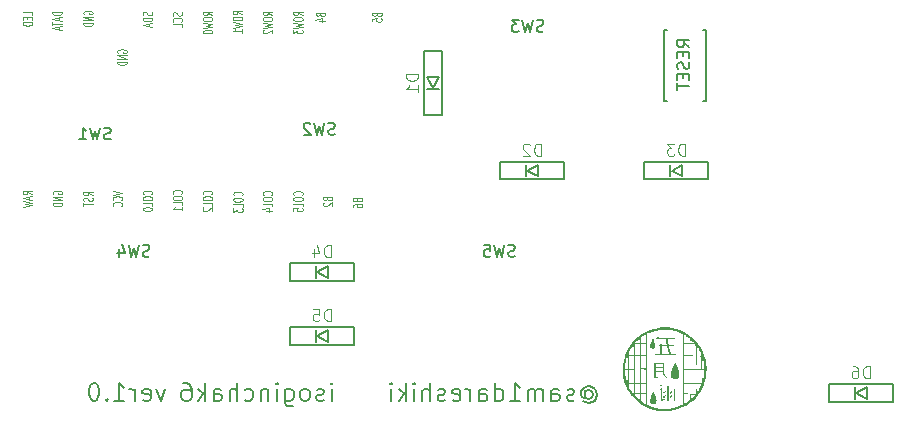
<source format=gbo>
G04 #@! TF.GenerationSoftware,KiCad,Pcbnew,(7.0.0)*
G04 #@! TF.CreationDate,2023-09-07T17:01:30+09:00*
G04 #@! TF.ProjectId,iso6,69736f36-2e6b-4696-9361-645f70636258,rev?*
G04 #@! TF.SameCoordinates,Original*
G04 #@! TF.FileFunction,Legend,Bot*
G04 #@! TF.FilePolarity,Positive*
%FSLAX46Y46*%
G04 Gerber Fmt 4.6, Leading zero omitted, Abs format (unit mm)*
G04 Created by KiCad (PCBNEW (7.0.0)) date 2023-09-07 17:01:30*
%MOMM*%
%LPD*%
G01*
G04 APERTURE LIST*
%ADD10C,0.200000*%
%ADD11C,0.125000*%
%ADD12C,0.150000*%
G04 APERTURE END LIST*
D10*
X77242857Y-72073571D02*
X77242857Y-71073571D01*
X77242857Y-70573571D02*
X77314285Y-70645000D01*
X77314285Y-70645000D02*
X77242857Y-70716428D01*
X77242857Y-70716428D02*
X77171428Y-70645000D01*
X77171428Y-70645000D02*
X77242857Y-70573571D01*
X77242857Y-70573571D02*
X77242857Y-70716428D01*
X76599999Y-72002142D02*
X76457142Y-72073571D01*
X76457142Y-72073571D02*
X76171428Y-72073571D01*
X76171428Y-72073571D02*
X76028571Y-72002142D01*
X76028571Y-72002142D02*
X75957142Y-71859285D01*
X75957142Y-71859285D02*
X75957142Y-71787857D01*
X75957142Y-71787857D02*
X76028571Y-71645000D01*
X76028571Y-71645000D02*
X76171428Y-71573571D01*
X76171428Y-71573571D02*
X76385714Y-71573571D01*
X76385714Y-71573571D02*
X76528571Y-71502142D01*
X76528571Y-71502142D02*
X76599999Y-71359285D01*
X76599999Y-71359285D02*
X76599999Y-71287857D01*
X76599999Y-71287857D02*
X76528571Y-71145000D01*
X76528571Y-71145000D02*
X76385714Y-71073571D01*
X76385714Y-71073571D02*
X76171428Y-71073571D01*
X76171428Y-71073571D02*
X76028571Y-71145000D01*
X75099999Y-72073571D02*
X75242856Y-72002142D01*
X75242856Y-72002142D02*
X75314285Y-71930714D01*
X75314285Y-71930714D02*
X75385713Y-71787857D01*
X75385713Y-71787857D02*
X75385713Y-71359285D01*
X75385713Y-71359285D02*
X75314285Y-71216428D01*
X75314285Y-71216428D02*
X75242856Y-71145000D01*
X75242856Y-71145000D02*
X75099999Y-71073571D01*
X75099999Y-71073571D02*
X74885713Y-71073571D01*
X74885713Y-71073571D02*
X74742856Y-71145000D01*
X74742856Y-71145000D02*
X74671428Y-71216428D01*
X74671428Y-71216428D02*
X74599999Y-71359285D01*
X74599999Y-71359285D02*
X74599999Y-71787857D01*
X74599999Y-71787857D02*
X74671428Y-71930714D01*
X74671428Y-71930714D02*
X74742856Y-72002142D01*
X74742856Y-72002142D02*
X74885713Y-72073571D01*
X74885713Y-72073571D02*
X75099999Y-72073571D01*
X73314285Y-71073571D02*
X73314285Y-72287857D01*
X73314285Y-72287857D02*
X73385713Y-72430714D01*
X73385713Y-72430714D02*
X73457142Y-72502142D01*
X73457142Y-72502142D02*
X73599999Y-72573571D01*
X73599999Y-72573571D02*
X73814285Y-72573571D01*
X73814285Y-72573571D02*
X73957142Y-72502142D01*
X73314285Y-72002142D02*
X73457142Y-72073571D01*
X73457142Y-72073571D02*
X73742856Y-72073571D01*
X73742856Y-72073571D02*
X73885713Y-72002142D01*
X73885713Y-72002142D02*
X73957142Y-71930714D01*
X73957142Y-71930714D02*
X74028570Y-71787857D01*
X74028570Y-71787857D02*
X74028570Y-71359285D01*
X74028570Y-71359285D02*
X73957142Y-71216428D01*
X73957142Y-71216428D02*
X73885713Y-71145000D01*
X73885713Y-71145000D02*
X73742856Y-71073571D01*
X73742856Y-71073571D02*
X73457142Y-71073571D01*
X73457142Y-71073571D02*
X73314285Y-71145000D01*
X72599999Y-72073571D02*
X72599999Y-71073571D01*
X72599999Y-70573571D02*
X72671427Y-70645000D01*
X72671427Y-70645000D02*
X72599999Y-70716428D01*
X72599999Y-70716428D02*
X72528570Y-70645000D01*
X72528570Y-70645000D02*
X72599999Y-70573571D01*
X72599999Y-70573571D02*
X72599999Y-70716428D01*
X71885713Y-71073571D02*
X71885713Y-72073571D01*
X71885713Y-71216428D02*
X71814284Y-71145000D01*
X71814284Y-71145000D02*
X71671427Y-71073571D01*
X71671427Y-71073571D02*
X71457141Y-71073571D01*
X71457141Y-71073571D02*
X71314284Y-71145000D01*
X71314284Y-71145000D02*
X71242856Y-71287857D01*
X71242856Y-71287857D02*
X71242856Y-72073571D01*
X69885713Y-72002142D02*
X70028570Y-72073571D01*
X70028570Y-72073571D02*
X70314284Y-72073571D01*
X70314284Y-72073571D02*
X70457141Y-72002142D01*
X70457141Y-72002142D02*
X70528570Y-71930714D01*
X70528570Y-71930714D02*
X70599998Y-71787857D01*
X70599998Y-71787857D02*
X70599998Y-71359285D01*
X70599998Y-71359285D02*
X70528570Y-71216428D01*
X70528570Y-71216428D02*
X70457141Y-71145000D01*
X70457141Y-71145000D02*
X70314284Y-71073571D01*
X70314284Y-71073571D02*
X70028570Y-71073571D01*
X70028570Y-71073571D02*
X69885713Y-71145000D01*
X69242856Y-72073571D02*
X69242856Y-70573571D01*
X68599999Y-72073571D02*
X68599999Y-71287857D01*
X68599999Y-71287857D02*
X68671427Y-71145000D01*
X68671427Y-71145000D02*
X68814284Y-71073571D01*
X68814284Y-71073571D02*
X69028570Y-71073571D01*
X69028570Y-71073571D02*
X69171427Y-71145000D01*
X69171427Y-71145000D02*
X69242856Y-71216428D01*
X67242856Y-72073571D02*
X67242856Y-71287857D01*
X67242856Y-71287857D02*
X67314284Y-71145000D01*
X67314284Y-71145000D02*
X67457141Y-71073571D01*
X67457141Y-71073571D02*
X67742856Y-71073571D01*
X67742856Y-71073571D02*
X67885713Y-71145000D01*
X67242856Y-72002142D02*
X67385713Y-72073571D01*
X67385713Y-72073571D02*
X67742856Y-72073571D01*
X67742856Y-72073571D02*
X67885713Y-72002142D01*
X67885713Y-72002142D02*
X67957141Y-71859285D01*
X67957141Y-71859285D02*
X67957141Y-71716428D01*
X67957141Y-71716428D02*
X67885713Y-71573571D01*
X67885713Y-71573571D02*
X67742856Y-71502142D01*
X67742856Y-71502142D02*
X67385713Y-71502142D01*
X67385713Y-71502142D02*
X67242856Y-71430714D01*
X66528570Y-72073571D02*
X66528570Y-70573571D01*
X66385713Y-71502142D02*
X65957141Y-72073571D01*
X65957141Y-71073571D02*
X66528570Y-71645000D01*
X64671427Y-70573571D02*
X64957141Y-70573571D01*
X64957141Y-70573571D02*
X65099998Y-70645000D01*
X65099998Y-70645000D02*
X65171427Y-70716428D01*
X65171427Y-70716428D02*
X65314284Y-70930714D01*
X65314284Y-70930714D02*
X65385712Y-71216428D01*
X65385712Y-71216428D02*
X65385712Y-71787857D01*
X65385712Y-71787857D02*
X65314284Y-71930714D01*
X65314284Y-71930714D02*
X65242855Y-72002142D01*
X65242855Y-72002142D02*
X65099998Y-72073571D01*
X65099998Y-72073571D02*
X64814284Y-72073571D01*
X64814284Y-72073571D02*
X64671427Y-72002142D01*
X64671427Y-72002142D02*
X64599998Y-71930714D01*
X64599998Y-71930714D02*
X64528569Y-71787857D01*
X64528569Y-71787857D02*
X64528569Y-71430714D01*
X64528569Y-71430714D02*
X64599998Y-71287857D01*
X64599998Y-71287857D02*
X64671427Y-71216428D01*
X64671427Y-71216428D02*
X64814284Y-71145000D01*
X64814284Y-71145000D02*
X65099998Y-71145000D01*
X65099998Y-71145000D02*
X65242855Y-71216428D01*
X65242855Y-71216428D02*
X65314284Y-71287857D01*
X65314284Y-71287857D02*
X65385712Y-71430714D01*
X63128570Y-71073571D02*
X62771427Y-72073571D01*
X62771427Y-72073571D02*
X62414284Y-71073571D01*
X61271427Y-72002142D02*
X61414284Y-72073571D01*
X61414284Y-72073571D02*
X61699999Y-72073571D01*
X61699999Y-72073571D02*
X61842856Y-72002142D01*
X61842856Y-72002142D02*
X61914284Y-71859285D01*
X61914284Y-71859285D02*
X61914284Y-71287857D01*
X61914284Y-71287857D02*
X61842856Y-71145000D01*
X61842856Y-71145000D02*
X61699999Y-71073571D01*
X61699999Y-71073571D02*
X61414284Y-71073571D01*
X61414284Y-71073571D02*
X61271427Y-71145000D01*
X61271427Y-71145000D02*
X61199999Y-71287857D01*
X61199999Y-71287857D02*
X61199999Y-71430714D01*
X61199999Y-71430714D02*
X61914284Y-71573571D01*
X60557142Y-72073571D02*
X60557142Y-71073571D01*
X60557142Y-71359285D02*
X60485713Y-71216428D01*
X60485713Y-71216428D02*
X60414285Y-71145000D01*
X60414285Y-71145000D02*
X60271427Y-71073571D01*
X60271427Y-71073571D02*
X60128570Y-71073571D01*
X58842856Y-72073571D02*
X59699999Y-72073571D01*
X59271428Y-72073571D02*
X59271428Y-70573571D01*
X59271428Y-70573571D02*
X59414285Y-70787857D01*
X59414285Y-70787857D02*
X59557142Y-70930714D01*
X59557142Y-70930714D02*
X59699999Y-71002142D01*
X58200000Y-71930714D02*
X58128571Y-72002142D01*
X58128571Y-72002142D02*
X58200000Y-72073571D01*
X58200000Y-72073571D02*
X58271428Y-72002142D01*
X58271428Y-72002142D02*
X58200000Y-71930714D01*
X58200000Y-71930714D02*
X58200000Y-72073571D01*
X57199999Y-70573571D02*
X57057142Y-70573571D01*
X57057142Y-70573571D02*
X56914285Y-70645000D01*
X56914285Y-70645000D02*
X56842857Y-70716428D01*
X56842857Y-70716428D02*
X56771428Y-70859285D01*
X56771428Y-70859285D02*
X56699999Y-71145000D01*
X56699999Y-71145000D02*
X56699999Y-71502142D01*
X56699999Y-71502142D02*
X56771428Y-71787857D01*
X56771428Y-71787857D02*
X56842857Y-71930714D01*
X56842857Y-71930714D02*
X56914285Y-72002142D01*
X56914285Y-72002142D02*
X57057142Y-72073571D01*
X57057142Y-72073571D02*
X57199999Y-72073571D01*
X57199999Y-72073571D02*
X57342857Y-72002142D01*
X57342857Y-72002142D02*
X57414285Y-71930714D01*
X57414285Y-71930714D02*
X57485714Y-71787857D01*
X57485714Y-71787857D02*
X57557142Y-71502142D01*
X57557142Y-71502142D02*
X57557142Y-71145000D01*
X57557142Y-71145000D02*
X57485714Y-70859285D01*
X57485714Y-70859285D02*
X57414285Y-70716428D01*
X57414285Y-70716428D02*
X57342857Y-70645000D01*
X57342857Y-70645000D02*
X57199999Y-70573571D01*
X98714285Y-71359285D02*
X98785714Y-71287857D01*
X98785714Y-71287857D02*
X98928571Y-71216428D01*
X98928571Y-71216428D02*
X99071428Y-71216428D01*
X99071428Y-71216428D02*
X99214285Y-71287857D01*
X99214285Y-71287857D02*
X99285714Y-71359285D01*
X99285714Y-71359285D02*
X99357142Y-71502142D01*
X99357142Y-71502142D02*
X99357142Y-71645000D01*
X99357142Y-71645000D02*
X99285714Y-71787857D01*
X99285714Y-71787857D02*
X99214285Y-71859285D01*
X99214285Y-71859285D02*
X99071428Y-71930714D01*
X99071428Y-71930714D02*
X98928571Y-71930714D01*
X98928571Y-71930714D02*
X98785714Y-71859285D01*
X98785714Y-71859285D02*
X98714285Y-71787857D01*
X98714285Y-71216428D02*
X98714285Y-71787857D01*
X98714285Y-71787857D02*
X98642857Y-71859285D01*
X98642857Y-71859285D02*
X98571428Y-71859285D01*
X98571428Y-71859285D02*
X98428571Y-71787857D01*
X98428571Y-71787857D02*
X98357142Y-71645000D01*
X98357142Y-71645000D02*
X98357142Y-71287857D01*
X98357142Y-71287857D02*
X98500000Y-71073571D01*
X98500000Y-71073571D02*
X98714285Y-70930714D01*
X98714285Y-70930714D02*
X99000000Y-70859285D01*
X99000000Y-70859285D02*
X99285714Y-70930714D01*
X99285714Y-70930714D02*
X99500000Y-71073571D01*
X99500000Y-71073571D02*
X99642857Y-71287857D01*
X99642857Y-71287857D02*
X99714285Y-71573571D01*
X99714285Y-71573571D02*
X99642857Y-71859285D01*
X99642857Y-71859285D02*
X99500000Y-72073571D01*
X99500000Y-72073571D02*
X99285714Y-72216428D01*
X99285714Y-72216428D02*
X99000000Y-72287857D01*
X99000000Y-72287857D02*
X98714285Y-72216428D01*
X98714285Y-72216428D02*
X98500000Y-72073571D01*
X97785714Y-72002142D02*
X97642857Y-72073571D01*
X97642857Y-72073571D02*
X97357143Y-72073571D01*
X97357143Y-72073571D02*
X97214286Y-72002142D01*
X97214286Y-72002142D02*
X97142857Y-71859285D01*
X97142857Y-71859285D02*
X97142857Y-71787857D01*
X97142857Y-71787857D02*
X97214286Y-71645000D01*
X97214286Y-71645000D02*
X97357143Y-71573571D01*
X97357143Y-71573571D02*
X97571429Y-71573571D01*
X97571429Y-71573571D02*
X97714286Y-71502142D01*
X97714286Y-71502142D02*
X97785714Y-71359285D01*
X97785714Y-71359285D02*
X97785714Y-71287857D01*
X97785714Y-71287857D02*
X97714286Y-71145000D01*
X97714286Y-71145000D02*
X97571429Y-71073571D01*
X97571429Y-71073571D02*
X97357143Y-71073571D01*
X97357143Y-71073571D02*
X97214286Y-71145000D01*
X95857143Y-72073571D02*
X95857143Y-71287857D01*
X95857143Y-71287857D02*
X95928571Y-71145000D01*
X95928571Y-71145000D02*
X96071428Y-71073571D01*
X96071428Y-71073571D02*
X96357143Y-71073571D01*
X96357143Y-71073571D02*
X96500000Y-71145000D01*
X95857143Y-72002142D02*
X96000000Y-72073571D01*
X96000000Y-72073571D02*
X96357143Y-72073571D01*
X96357143Y-72073571D02*
X96500000Y-72002142D01*
X96500000Y-72002142D02*
X96571428Y-71859285D01*
X96571428Y-71859285D02*
X96571428Y-71716428D01*
X96571428Y-71716428D02*
X96500000Y-71573571D01*
X96500000Y-71573571D02*
X96357143Y-71502142D01*
X96357143Y-71502142D02*
X96000000Y-71502142D01*
X96000000Y-71502142D02*
X95857143Y-71430714D01*
X95142857Y-72073571D02*
X95142857Y-71073571D01*
X95142857Y-71216428D02*
X95071428Y-71145000D01*
X95071428Y-71145000D02*
X94928571Y-71073571D01*
X94928571Y-71073571D02*
X94714285Y-71073571D01*
X94714285Y-71073571D02*
X94571428Y-71145000D01*
X94571428Y-71145000D02*
X94500000Y-71287857D01*
X94500000Y-71287857D02*
X94500000Y-72073571D01*
X94500000Y-71287857D02*
X94428571Y-71145000D01*
X94428571Y-71145000D02*
X94285714Y-71073571D01*
X94285714Y-71073571D02*
X94071428Y-71073571D01*
X94071428Y-71073571D02*
X93928571Y-71145000D01*
X93928571Y-71145000D02*
X93857142Y-71287857D01*
X93857142Y-71287857D02*
X93857142Y-72073571D01*
X92357142Y-72073571D02*
X93214285Y-72073571D01*
X92785714Y-72073571D02*
X92785714Y-70573571D01*
X92785714Y-70573571D02*
X92928571Y-70787857D01*
X92928571Y-70787857D02*
X93071428Y-70930714D01*
X93071428Y-70930714D02*
X93214285Y-71002142D01*
X91071429Y-72073571D02*
X91071429Y-70573571D01*
X91071429Y-72002142D02*
X91214286Y-72073571D01*
X91214286Y-72073571D02*
X91500000Y-72073571D01*
X91500000Y-72073571D02*
X91642857Y-72002142D01*
X91642857Y-72002142D02*
X91714286Y-71930714D01*
X91714286Y-71930714D02*
X91785714Y-71787857D01*
X91785714Y-71787857D02*
X91785714Y-71359285D01*
X91785714Y-71359285D02*
X91714286Y-71216428D01*
X91714286Y-71216428D02*
X91642857Y-71145000D01*
X91642857Y-71145000D02*
X91500000Y-71073571D01*
X91500000Y-71073571D02*
X91214286Y-71073571D01*
X91214286Y-71073571D02*
X91071429Y-71145000D01*
X89714286Y-72073571D02*
X89714286Y-71287857D01*
X89714286Y-71287857D02*
X89785714Y-71145000D01*
X89785714Y-71145000D02*
X89928571Y-71073571D01*
X89928571Y-71073571D02*
X90214286Y-71073571D01*
X90214286Y-71073571D02*
X90357143Y-71145000D01*
X89714286Y-72002142D02*
X89857143Y-72073571D01*
X89857143Y-72073571D02*
X90214286Y-72073571D01*
X90214286Y-72073571D02*
X90357143Y-72002142D01*
X90357143Y-72002142D02*
X90428571Y-71859285D01*
X90428571Y-71859285D02*
X90428571Y-71716428D01*
X90428571Y-71716428D02*
X90357143Y-71573571D01*
X90357143Y-71573571D02*
X90214286Y-71502142D01*
X90214286Y-71502142D02*
X89857143Y-71502142D01*
X89857143Y-71502142D02*
X89714286Y-71430714D01*
X89000000Y-72073571D02*
X89000000Y-71073571D01*
X89000000Y-71359285D02*
X88928571Y-71216428D01*
X88928571Y-71216428D02*
X88857143Y-71145000D01*
X88857143Y-71145000D02*
X88714285Y-71073571D01*
X88714285Y-71073571D02*
X88571428Y-71073571D01*
X87500000Y-72002142D02*
X87642857Y-72073571D01*
X87642857Y-72073571D02*
X87928572Y-72073571D01*
X87928572Y-72073571D02*
X88071429Y-72002142D01*
X88071429Y-72002142D02*
X88142857Y-71859285D01*
X88142857Y-71859285D02*
X88142857Y-71287857D01*
X88142857Y-71287857D02*
X88071429Y-71145000D01*
X88071429Y-71145000D02*
X87928572Y-71073571D01*
X87928572Y-71073571D02*
X87642857Y-71073571D01*
X87642857Y-71073571D02*
X87500000Y-71145000D01*
X87500000Y-71145000D02*
X87428572Y-71287857D01*
X87428572Y-71287857D02*
X87428572Y-71430714D01*
X87428572Y-71430714D02*
X88142857Y-71573571D01*
X86857143Y-72002142D02*
X86714286Y-72073571D01*
X86714286Y-72073571D02*
X86428572Y-72073571D01*
X86428572Y-72073571D02*
X86285715Y-72002142D01*
X86285715Y-72002142D02*
X86214286Y-71859285D01*
X86214286Y-71859285D02*
X86214286Y-71787857D01*
X86214286Y-71787857D02*
X86285715Y-71645000D01*
X86285715Y-71645000D02*
X86428572Y-71573571D01*
X86428572Y-71573571D02*
X86642858Y-71573571D01*
X86642858Y-71573571D02*
X86785715Y-71502142D01*
X86785715Y-71502142D02*
X86857143Y-71359285D01*
X86857143Y-71359285D02*
X86857143Y-71287857D01*
X86857143Y-71287857D02*
X86785715Y-71145000D01*
X86785715Y-71145000D02*
X86642858Y-71073571D01*
X86642858Y-71073571D02*
X86428572Y-71073571D01*
X86428572Y-71073571D02*
X86285715Y-71145000D01*
X85571429Y-72073571D02*
X85571429Y-70573571D01*
X84928572Y-72073571D02*
X84928572Y-71287857D01*
X84928572Y-71287857D02*
X85000000Y-71145000D01*
X85000000Y-71145000D02*
X85142857Y-71073571D01*
X85142857Y-71073571D02*
X85357143Y-71073571D01*
X85357143Y-71073571D02*
X85500000Y-71145000D01*
X85500000Y-71145000D02*
X85571429Y-71216428D01*
X84214286Y-72073571D02*
X84214286Y-71073571D01*
X84214286Y-70573571D02*
X84285714Y-70645000D01*
X84285714Y-70645000D02*
X84214286Y-70716428D01*
X84214286Y-70716428D02*
X84142857Y-70645000D01*
X84142857Y-70645000D02*
X84214286Y-70573571D01*
X84214286Y-70573571D02*
X84214286Y-70716428D01*
X83500000Y-72073571D02*
X83500000Y-70573571D01*
X83357143Y-71502142D02*
X82928571Y-72073571D01*
X82928571Y-71073571D02*
X83500000Y-71645000D01*
X82285714Y-72073571D02*
X82285714Y-71073571D01*
X82285714Y-70573571D02*
X82357142Y-70645000D01*
X82357142Y-70645000D02*
X82285714Y-70716428D01*
X82285714Y-70716428D02*
X82214285Y-70645000D01*
X82214285Y-70645000D02*
X82285714Y-70573571D01*
X82285714Y-70573571D02*
X82285714Y-70716428D01*
D11*
X107163094Y-51337380D02*
X107163094Y-50337380D01*
X107163094Y-50337380D02*
X106924999Y-50337380D01*
X106924999Y-50337380D02*
X106782142Y-50385000D01*
X106782142Y-50385000D02*
X106686904Y-50480238D01*
X106686904Y-50480238D02*
X106639285Y-50575476D01*
X106639285Y-50575476D02*
X106591666Y-50765952D01*
X106591666Y-50765952D02*
X106591666Y-50908809D01*
X106591666Y-50908809D02*
X106639285Y-51099285D01*
X106639285Y-51099285D02*
X106686904Y-51194523D01*
X106686904Y-51194523D02*
X106782142Y-51289761D01*
X106782142Y-51289761D02*
X106924999Y-51337380D01*
X106924999Y-51337380D02*
X107163094Y-51337380D01*
X106258332Y-50337380D02*
X105639285Y-50337380D01*
X105639285Y-50337380D02*
X105972618Y-50718333D01*
X105972618Y-50718333D02*
X105829761Y-50718333D01*
X105829761Y-50718333D02*
X105734523Y-50765952D01*
X105734523Y-50765952D02*
X105686904Y-50813571D01*
X105686904Y-50813571D02*
X105639285Y-50908809D01*
X105639285Y-50908809D02*
X105639285Y-51146904D01*
X105639285Y-51146904D02*
X105686904Y-51242142D01*
X105686904Y-51242142D02*
X105734523Y-51289761D01*
X105734523Y-51289761D02*
X105829761Y-51337380D01*
X105829761Y-51337380D02*
X106115475Y-51337380D01*
X106115475Y-51337380D02*
X106210713Y-51289761D01*
X106210713Y-51289761D02*
X106258332Y-51242142D01*
D12*
X107523680Y-42151818D02*
X107047490Y-41818485D01*
X107523680Y-41580390D02*
X106523680Y-41580390D01*
X106523680Y-41580390D02*
X106523680Y-41961342D01*
X106523680Y-41961342D02*
X106571300Y-42056580D01*
X106571300Y-42056580D02*
X106618919Y-42104199D01*
X106618919Y-42104199D02*
X106714157Y-42151818D01*
X106714157Y-42151818D02*
X106857014Y-42151818D01*
X106857014Y-42151818D02*
X106952252Y-42104199D01*
X106952252Y-42104199D02*
X106999871Y-42056580D01*
X106999871Y-42056580D02*
X107047490Y-41961342D01*
X107047490Y-41961342D02*
X107047490Y-41580390D01*
X106999871Y-42580390D02*
X106999871Y-42913723D01*
X107523680Y-43056580D02*
X107523680Y-42580390D01*
X107523680Y-42580390D02*
X106523680Y-42580390D01*
X106523680Y-42580390D02*
X106523680Y-43056580D01*
X107476061Y-43437533D02*
X107523680Y-43580390D01*
X107523680Y-43580390D02*
X107523680Y-43818485D01*
X107523680Y-43818485D02*
X107476061Y-43913723D01*
X107476061Y-43913723D02*
X107428442Y-43961342D01*
X107428442Y-43961342D02*
X107333204Y-44008961D01*
X107333204Y-44008961D02*
X107237966Y-44008961D01*
X107237966Y-44008961D02*
X107142728Y-43961342D01*
X107142728Y-43961342D02*
X107095109Y-43913723D01*
X107095109Y-43913723D02*
X107047490Y-43818485D01*
X107047490Y-43818485D02*
X106999871Y-43628009D01*
X106999871Y-43628009D02*
X106952252Y-43532771D01*
X106952252Y-43532771D02*
X106904633Y-43485152D01*
X106904633Y-43485152D02*
X106809395Y-43437533D01*
X106809395Y-43437533D02*
X106714157Y-43437533D01*
X106714157Y-43437533D02*
X106618919Y-43485152D01*
X106618919Y-43485152D02*
X106571300Y-43532771D01*
X106571300Y-43532771D02*
X106523680Y-43628009D01*
X106523680Y-43628009D02*
X106523680Y-43866104D01*
X106523680Y-43866104D02*
X106571300Y-44008961D01*
X106999871Y-44437533D02*
X106999871Y-44770866D01*
X107523680Y-44913723D02*
X107523680Y-44437533D01*
X107523680Y-44437533D02*
X106523680Y-44437533D01*
X106523680Y-44437533D02*
X106523680Y-44913723D01*
X106523680Y-45199438D02*
X106523680Y-45770866D01*
X107523680Y-45485152D02*
X106523680Y-45485152D01*
D11*
X59132000Y-42619047D02*
X59093904Y-42571428D01*
X59093904Y-42571428D02*
X59093904Y-42499999D01*
X59093904Y-42499999D02*
X59132000Y-42428571D01*
X59132000Y-42428571D02*
X59208190Y-42380952D01*
X59208190Y-42380952D02*
X59284380Y-42357142D01*
X59284380Y-42357142D02*
X59436761Y-42333333D01*
X59436761Y-42333333D02*
X59551047Y-42333333D01*
X59551047Y-42333333D02*
X59703428Y-42357142D01*
X59703428Y-42357142D02*
X59779619Y-42380952D01*
X59779619Y-42380952D02*
X59855809Y-42428571D01*
X59855809Y-42428571D02*
X59893904Y-42499999D01*
X59893904Y-42499999D02*
X59893904Y-42547618D01*
X59893904Y-42547618D02*
X59855809Y-42619047D01*
X59855809Y-42619047D02*
X59817714Y-42642856D01*
X59817714Y-42642856D02*
X59551047Y-42642856D01*
X59551047Y-42642856D02*
X59551047Y-42547618D01*
X59893904Y-42857142D02*
X59093904Y-42857142D01*
X59093904Y-42857142D02*
X59893904Y-43142856D01*
X59893904Y-43142856D02*
X59093904Y-43142856D01*
X59893904Y-43380952D02*
X59093904Y-43380952D01*
X59093904Y-43380952D02*
X59093904Y-43500000D01*
X59093904Y-43500000D02*
X59132000Y-43571428D01*
X59132000Y-43571428D02*
X59208190Y-43619047D01*
X59208190Y-43619047D02*
X59284380Y-43642857D01*
X59284380Y-43642857D02*
X59436761Y-43666666D01*
X59436761Y-43666666D02*
X59551047Y-43666666D01*
X59551047Y-43666666D02*
X59703428Y-43642857D01*
X59703428Y-43642857D02*
X59779619Y-43619047D01*
X59779619Y-43619047D02*
X59855809Y-43571428D01*
X59855809Y-43571428D02*
X59893904Y-43500000D01*
X59893904Y-43500000D02*
X59893904Y-43380952D01*
X67037714Y-54608780D02*
X67075809Y-54584971D01*
X67075809Y-54584971D02*
X67113904Y-54513542D01*
X67113904Y-54513542D02*
X67113904Y-54465923D01*
X67113904Y-54465923D02*
X67075809Y-54394495D01*
X67075809Y-54394495D02*
X66999619Y-54346876D01*
X66999619Y-54346876D02*
X66923428Y-54323066D01*
X66923428Y-54323066D02*
X66771047Y-54299257D01*
X66771047Y-54299257D02*
X66656761Y-54299257D01*
X66656761Y-54299257D02*
X66504380Y-54323066D01*
X66504380Y-54323066D02*
X66428190Y-54346876D01*
X66428190Y-54346876D02*
X66352000Y-54394495D01*
X66352000Y-54394495D02*
X66313904Y-54465923D01*
X66313904Y-54465923D02*
X66313904Y-54513542D01*
X66313904Y-54513542D02*
X66352000Y-54584971D01*
X66352000Y-54584971D02*
X66390095Y-54608780D01*
X66313904Y-54918304D02*
X66313904Y-55013542D01*
X66313904Y-55013542D02*
X66352000Y-55061161D01*
X66352000Y-55061161D02*
X66428190Y-55108780D01*
X66428190Y-55108780D02*
X66580571Y-55132590D01*
X66580571Y-55132590D02*
X66847238Y-55132590D01*
X66847238Y-55132590D02*
X66999619Y-55108780D01*
X66999619Y-55108780D02*
X67075809Y-55061161D01*
X67075809Y-55061161D02*
X67113904Y-55013542D01*
X67113904Y-55013542D02*
X67113904Y-54918304D01*
X67113904Y-54918304D02*
X67075809Y-54870685D01*
X67075809Y-54870685D02*
X66999619Y-54823066D01*
X66999619Y-54823066D02*
X66847238Y-54799257D01*
X66847238Y-54799257D02*
X66580571Y-54799257D01*
X66580571Y-54799257D02*
X66428190Y-54823066D01*
X66428190Y-54823066D02*
X66352000Y-54870685D01*
X66352000Y-54870685D02*
X66313904Y-54918304D01*
X67113904Y-55584971D02*
X67113904Y-55346876D01*
X67113904Y-55346876D02*
X66313904Y-55346876D01*
X66390095Y-55727829D02*
X66352000Y-55751638D01*
X66352000Y-55751638D02*
X66313904Y-55799257D01*
X66313904Y-55799257D02*
X66313904Y-55918305D01*
X66313904Y-55918305D02*
X66352000Y-55965924D01*
X66352000Y-55965924D02*
X66390095Y-55989733D01*
X66390095Y-55989733D02*
X66466285Y-56013543D01*
X66466285Y-56013543D02*
X66542476Y-56013543D01*
X66542476Y-56013543D02*
X66656761Y-55989733D01*
X66656761Y-55989733D02*
X67113904Y-55704019D01*
X67113904Y-55704019D02*
X67113904Y-56013543D01*
X81074857Y-39397619D02*
X81112952Y-39469047D01*
X81112952Y-39469047D02*
X81151047Y-39492857D01*
X81151047Y-39492857D02*
X81227238Y-39516666D01*
X81227238Y-39516666D02*
X81341523Y-39516666D01*
X81341523Y-39516666D02*
X81417714Y-39492857D01*
X81417714Y-39492857D02*
X81455809Y-39469047D01*
X81455809Y-39469047D02*
X81493904Y-39421428D01*
X81493904Y-39421428D02*
X81493904Y-39230952D01*
X81493904Y-39230952D02*
X80693904Y-39230952D01*
X80693904Y-39230952D02*
X80693904Y-39397619D01*
X80693904Y-39397619D02*
X80732000Y-39445238D01*
X80732000Y-39445238D02*
X80770095Y-39469047D01*
X80770095Y-39469047D02*
X80846285Y-39492857D01*
X80846285Y-39492857D02*
X80922476Y-39492857D01*
X80922476Y-39492857D02*
X80998666Y-39469047D01*
X80998666Y-39469047D02*
X81036761Y-39445238D01*
X81036761Y-39445238D02*
X81074857Y-39397619D01*
X81074857Y-39397619D02*
X81074857Y-39230952D01*
X80693904Y-39969047D02*
X80693904Y-39730952D01*
X80693904Y-39730952D02*
X81074857Y-39707143D01*
X81074857Y-39707143D02*
X81036761Y-39730952D01*
X81036761Y-39730952D02*
X80998666Y-39778571D01*
X80998666Y-39778571D02*
X80998666Y-39897619D01*
X80998666Y-39897619D02*
X81036761Y-39945238D01*
X81036761Y-39945238D02*
X81074857Y-39969047D01*
X81074857Y-39969047D02*
X81151047Y-39992857D01*
X81151047Y-39992857D02*
X81341523Y-39992857D01*
X81341523Y-39992857D02*
X81417714Y-39969047D01*
X81417714Y-39969047D02*
X81455809Y-39945238D01*
X81455809Y-39945238D02*
X81493904Y-39897619D01*
X81493904Y-39897619D02*
X81493904Y-39778571D01*
X81493904Y-39778571D02*
X81455809Y-39730952D01*
X81455809Y-39730952D02*
X81417714Y-39707143D01*
X56255500Y-39350947D02*
X56217404Y-39303328D01*
X56217404Y-39303328D02*
X56217404Y-39231899D01*
X56217404Y-39231899D02*
X56255500Y-39160471D01*
X56255500Y-39160471D02*
X56331690Y-39112852D01*
X56331690Y-39112852D02*
X56407880Y-39089042D01*
X56407880Y-39089042D02*
X56560261Y-39065233D01*
X56560261Y-39065233D02*
X56674547Y-39065233D01*
X56674547Y-39065233D02*
X56826928Y-39089042D01*
X56826928Y-39089042D02*
X56903119Y-39112852D01*
X56903119Y-39112852D02*
X56979309Y-39160471D01*
X56979309Y-39160471D02*
X57017404Y-39231899D01*
X57017404Y-39231899D02*
X57017404Y-39279518D01*
X57017404Y-39279518D02*
X56979309Y-39350947D01*
X56979309Y-39350947D02*
X56941214Y-39374756D01*
X56941214Y-39374756D02*
X56674547Y-39374756D01*
X56674547Y-39374756D02*
X56674547Y-39279518D01*
X57017404Y-39589042D02*
X56217404Y-39589042D01*
X56217404Y-39589042D02*
X57017404Y-39874756D01*
X57017404Y-39874756D02*
X56217404Y-39874756D01*
X57017404Y-40112852D02*
X56217404Y-40112852D01*
X56217404Y-40112852D02*
X56217404Y-40231900D01*
X56217404Y-40231900D02*
X56255500Y-40303328D01*
X56255500Y-40303328D02*
X56331690Y-40350947D01*
X56331690Y-40350947D02*
X56407880Y-40374757D01*
X56407880Y-40374757D02*
X56560261Y-40398566D01*
X56560261Y-40398566D02*
X56674547Y-40398566D01*
X56674547Y-40398566D02*
X56826928Y-40374757D01*
X56826928Y-40374757D02*
X56903119Y-40350947D01*
X56903119Y-40350947D02*
X56979309Y-40303328D01*
X56979309Y-40303328D02*
X57017404Y-40231900D01*
X57017404Y-40231900D02*
X57017404Y-40112852D01*
X51873904Y-54626661D02*
X51492952Y-54459995D01*
X51873904Y-54340947D02*
X51073904Y-54340947D01*
X51073904Y-54340947D02*
X51073904Y-54531423D01*
X51073904Y-54531423D02*
X51112000Y-54579042D01*
X51112000Y-54579042D02*
X51150095Y-54602852D01*
X51150095Y-54602852D02*
X51226285Y-54626661D01*
X51226285Y-54626661D02*
X51340571Y-54626661D01*
X51340571Y-54626661D02*
X51416761Y-54602852D01*
X51416761Y-54602852D02*
X51454857Y-54579042D01*
X51454857Y-54579042D02*
X51492952Y-54531423D01*
X51492952Y-54531423D02*
X51492952Y-54340947D01*
X51645333Y-54817138D02*
X51645333Y-55055233D01*
X51873904Y-54769519D02*
X51073904Y-54936185D01*
X51073904Y-54936185D02*
X51873904Y-55102852D01*
X51073904Y-55221899D02*
X51873904Y-55340947D01*
X51873904Y-55340947D02*
X51302476Y-55436185D01*
X51302476Y-55436185D02*
X51873904Y-55531423D01*
X51873904Y-55531423D02*
X51073904Y-55650471D01*
X72201904Y-39425447D02*
X71820952Y-39258781D01*
X72201904Y-39139733D02*
X71401904Y-39139733D01*
X71401904Y-39139733D02*
X71401904Y-39330209D01*
X71401904Y-39330209D02*
X71440000Y-39377828D01*
X71440000Y-39377828D02*
X71478095Y-39401638D01*
X71478095Y-39401638D02*
X71554285Y-39425447D01*
X71554285Y-39425447D02*
X71668571Y-39425447D01*
X71668571Y-39425447D02*
X71744761Y-39401638D01*
X71744761Y-39401638D02*
X71782857Y-39377828D01*
X71782857Y-39377828D02*
X71820952Y-39330209D01*
X71820952Y-39330209D02*
X71820952Y-39139733D01*
X71401904Y-39734971D02*
X71401904Y-39830209D01*
X71401904Y-39830209D02*
X71440000Y-39877828D01*
X71440000Y-39877828D02*
X71516190Y-39925447D01*
X71516190Y-39925447D02*
X71668571Y-39949257D01*
X71668571Y-39949257D02*
X71935238Y-39949257D01*
X71935238Y-39949257D02*
X72087619Y-39925447D01*
X72087619Y-39925447D02*
X72163809Y-39877828D01*
X72163809Y-39877828D02*
X72201904Y-39830209D01*
X72201904Y-39830209D02*
X72201904Y-39734971D01*
X72201904Y-39734971D02*
X72163809Y-39687352D01*
X72163809Y-39687352D02*
X72087619Y-39639733D01*
X72087619Y-39639733D02*
X71935238Y-39615924D01*
X71935238Y-39615924D02*
X71668571Y-39615924D01*
X71668571Y-39615924D02*
X71516190Y-39639733D01*
X71516190Y-39639733D02*
X71440000Y-39687352D01*
X71440000Y-39687352D02*
X71401904Y-39734971D01*
X71401904Y-40115924D02*
X72201904Y-40234972D01*
X72201904Y-40234972D02*
X71630476Y-40330210D01*
X71630476Y-40330210D02*
X72201904Y-40425448D01*
X72201904Y-40425448D02*
X71401904Y-40544496D01*
X71478095Y-40711163D02*
X71440000Y-40734972D01*
X71440000Y-40734972D02*
X71401904Y-40782591D01*
X71401904Y-40782591D02*
X71401904Y-40901639D01*
X71401904Y-40901639D02*
X71440000Y-40949258D01*
X71440000Y-40949258D02*
X71478095Y-40973067D01*
X71478095Y-40973067D02*
X71554285Y-40996877D01*
X71554285Y-40996877D02*
X71630476Y-40996877D01*
X71630476Y-40996877D02*
X71744761Y-40973067D01*
X71744761Y-40973067D02*
X72201904Y-40687353D01*
X72201904Y-40687353D02*
X72201904Y-40996877D01*
X61975714Y-54608780D02*
X62013809Y-54584971D01*
X62013809Y-54584971D02*
X62051904Y-54513542D01*
X62051904Y-54513542D02*
X62051904Y-54465923D01*
X62051904Y-54465923D02*
X62013809Y-54394495D01*
X62013809Y-54394495D02*
X61937619Y-54346876D01*
X61937619Y-54346876D02*
X61861428Y-54323066D01*
X61861428Y-54323066D02*
X61709047Y-54299257D01*
X61709047Y-54299257D02*
X61594761Y-54299257D01*
X61594761Y-54299257D02*
X61442380Y-54323066D01*
X61442380Y-54323066D02*
X61366190Y-54346876D01*
X61366190Y-54346876D02*
X61290000Y-54394495D01*
X61290000Y-54394495D02*
X61251904Y-54465923D01*
X61251904Y-54465923D02*
X61251904Y-54513542D01*
X61251904Y-54513542D02*
X61290000Y-54584971D01*
X61290000Y-54584971D02*
X61328095Y-54608780D01*
X61251904Y-54918304D02*
X61251904Y-55013542D01*
X61251904Y-55013542D02*
X61290000Y-55061161D01*
X61290000Y-55061161D02*
X61366190Y-55108780D01*
X61366190Y-55108780D02*
X61518571Y-55132590D01*
X61518571Y-55132590D02*
X61785238Y-55132590D01*
X61785238Y-55132590D02*
X61937619Y-55108780D01*
X61937619Y-55108780D02*
X62013809Y-55061161D01*
X62013809Y-55061161D02*
X62051904Y-55013542D01*
X62051904Y-55013542D02*
X62051904Y-54918304D01*
X62051904Y-54918304D02*
X62013809Y-54870685D01*
X62013809Y-54870685D02*
X61937619Y-54823066D01*
X61937619Y-54823066D02*
X61785238Y-54799257D01*
X61785238Y-54799257D02*
X61518571Y-54799257D01*
X61518571Y-54799257D02*
X61366190Y-54823066D01*
X61366190Y-54823066D02*
X61290000Y-54870685D01*
X61290000Y-54870685D02*
X61251904Y-54918304D01*
X62051904Y-55584971D02*
X62051904Y-55346876D01*
X62051904Y-55346876D02*
X61251904Y-55346876D01*
X61251904Y-55846876D02*
X61251904Y-55894495D01*
X61251904Y-55894495D02*
X61290000Y-55942114D01*
X61290000Y-55942114D02*
X61328095Y-55965924D01*
X61328095Y-55965924D02*
X61404285Y-55989733D01*
X61404285Y-55989733D02*
X61556666Y-56013543D01*
X61556666Y-56013543D02*
X61747142Y-56013543D01*
X61747142Y-56013543D02*
X61899523Y-55989733D01*
X61899523Y-55989733D02*
X61975714Y-55965924D01*
X61975714Y-55965924D02*
X62013809Y-55942114D01*
X62013809Y-55942114D02*
X62051904Y-55894495D01*
X62051904Y-55894495D02*
X62051904Y-55846876D01*
X62051904Y-55846876D02*
X62013809Y-55799257D01*
X62013809Y-55799257D02*
X61975714Y-55775448D01*
X61975714Y-55775448D02*
X61899523Y-55751638D01*
X61899523Y-55751638D02*
X61747142Y-55727829D01*
X61747142Y-55727829D02*
X61556666Y-55727829D01*
X61556666Y-55727829D02*
X61404285Y-55751638D01*
X61404285Y-55751638D02*
X61328095Y-55775448D01*
X61328095Y-55775448D02*
X61290000Y-55799257D01*
X61290000Y-55799257D02*
X61251904Y-55846876D01*
X76882857Y-55004019D02*
X76920952Y-55075447D01*
X76920952Y-55075447D02*
X76959047Y-55099257D01*
X76959047Y-55099257D02*
X77035238Y-55123066D01*
X77035238Y-55123066D02*
X77149523Y-55123066D01*
X77149523Y-55123066D02*
X77225714Y-55099257D01*
X77225714Y-55099257D02*
X77263809Y-55075447D01*
X77263809Y-55075447D02*
X77301904Y-55027828D01*
X77301904Y-55027828D02*
X77301904Y-54837352D01*
X77301904Y-54837352D02*
X76501904Y-54837352D01*
X76501904Y-54837352D02*
X76501904Y-55004019D01*
X76501904Y-55004019D02*
X76540000Y-55051638D01*
X76540000Y-55051638D02*
X76578095Y-55075447D01*
X76578095Y-55075447D02*
X76654285Y-55099257D01*
X76654285Y-55099257D02*
X76730476Y-55099257D01*
X76730476Y-55099257D02*
X76806666Y-55075447D01*
X76806666Y-55075447D02*
X76844761Y-55051638D01*
X76844761Y-55051638D02*
X76882857Y-55004019D01*
X76882857Y-55004019D02*
X76882857Y-54837352D01*
X76578095Y-55313543D02*
X76540000Y-55337352D01*
X76540000Y-55337352D02*
X76501904Y-55384971D01*
X76501904Y-55384971D02*
X76501904Y-55504019D01*
X76501904Y-55504019D02*
X76540000Y-55551638D01*
X76540000Y-55551638D02*
X76578095Y-55575447D01*
X76578095Y-55575447D02*
X76654285Y-55599257D01*
X76654285Y-55599257D02*
X76730476Y-55599257D01*
X76730476Y-55599257D02*
X76844761Y-55575447D01*
X76844761Y-55575447D02*
X77301904Y-55289733D01*
X77301904Y-55289733D02*
X77301904Y-55599257D01*
X53652000Y-54590947D02*
X53613904Y-54543328D01*
X53613904Y-54543328D02*
X53613904Y-54471899D01*
X53613904Y-54471899D02*
X53652000Y-54400471D01*
X53652000Y-54400471D02*
X53728190Y-54352852D01*
X53728190Y-54352852D02*
X53804380Y-54329042D01*
X53804380Y-54329042D02*
X53956761Y-54305233D01*
X53956761Y-54305233D02*
X54071047Y-54305233D01*
X54071047Y-54305233D02*
X54223428Y-54329042D01*
X54223428Y-54329042D02*
X54299619Y-54352852D01*
X54299619Y-54352852D02*
X54375809Y-54400471D01*
X54375809Y-54400471D02*
X54413904Y-54471899D01*
X54413904Y-54471899D02*
X54413904Y-54519518D01*
X54413904Y-54519518D02*
X54375809Y-54590947D01*
X54375809Y-54590947D02*
X54337714Y-54614756D01*
X54337714Y-54614756D02*
X54071047Y-54614756D01*
X54071047Y-54614756D02*
X54071047Y-54519518D01*
X54413904Y-54829042D02*
X53613904Y-54829042D01*
X53613904Y-54829042D02*
X54413904Y-55114756D01*
X54413904Y-55114756D02*
X53613904Y-55114756D01*
X54413904Y-55352852D02*
X53613904Y-55352852D01*
X53613904Y-55352852D02*
X53613904Y-55471900D01*
X53613904Y-55471900D02*
X53652000Y-55543328D01*
X53652000Y-55543328D02*
X53728190Y-55590947D01*
X53728190Y-55590947D02*
X53804380Y-55614757D01*
X53804380Y-55614757D02*
X53956761Y-55638566D01*
X53956761Y-55638566D02*
X54071047Y-55638566D01*
X54071047Y-55638566D02*
X54223428Y-55614757D01*
X54223428Y-55614757D02*
X54299619Y-55590947D01*
X54299619Y-55590947D02*
X54375809Y-55543328D01*
X54375809Y-55543328D02*
X54413904Y-55471900D01*
X54413904Y-55471900D02*
X54413904Y-55352852D01*
X74721214Y-54658780D02*
X74759309Y-54634971D01*
X74759309Y-54634971D02*
X74797404Y-54563542D01*
X74797404Y-54563542D02*
X74797404Y-54515923D01*
X74797404Y-54515923D02*
X74759309Y-54444495D01*
X74759309Y-54444495D02*
X74683119Y-54396876D01*
X74683119Y-54396876D02*
X74606928Y-54373066D01*
X74606928Y-54373066D02*
X74454547Y-54349257D01*
X74454547Y-54349257D02*
X74340261Y-54349257D01*
X74340261Y-54349257D02*
X74187880Y-54373066D01*
X74187880Y-54373066D02*
X74111690Y-54396876D01*
X74111690Y-54396876D02*
X74035500Y-54444495D01*
X74035500Y-54444495D02*
X73997404Y-54515923D01*
X73997404Y-54515923D02*
X73997404Y-54563542D01*
X73997404Y-54563542D02*
X74035500Y-54634971D01*
X74035500Y-54634971D02*
X74073595Y-54658780D01*
X73997404Y-54968304D02*
X73997404Y-55063542D01*
X73997404Y-55063542D02*
X74035500Y-55111161D01*
X74035500Y-55111161D02*
X74111690Y-55158780D01*
X74111690Y-55158780D02*
X74264071Y-55182590D01*
X74264071Y-55182590D02*
X74530738Y-55182590D01*
X74530738Y-55182590D02*
X74683119Y-55158780D01*
X74683119Y-55158780D02*
X74759309Y-55111161D01*
X74759309Y-55111161D02*
X74797404Y-55063542D01*
X74797404Y-55063542D02*
X74797404Y-54968304D01*
X74797404Y-54968304D02*
X74759309Y-54920685D01*
X74759309Y-54920685D02*
X74683119Y-54873066D01*
X74683119Y-54873066D02*
X74530738Y-54849257D01*
X74530738Y-54849257D02*
X74264071Y-54849257D01*
X74264071Y-54849257D02*
X74111690Y-54873066D01*
X74111690Y-54873066D02*
X74035500Y-54920685D01*
X74035500Y-54920685D02*
X73997404Y-54968304D01*
X74797404Y-55634971D02*
X74797404Y-55396876D01*
X74797404Y-55396876D02*
X73997404Y-55396876D01*
X73997404Y-56039733D02*
X73997404Y-55801638D01*
X73997404Y-55801638D02*
X74378357Y-55777829D01*
X74378357Y-55777829D02*
X74340261Y-55801638D01*
X74340261Y-55801638D02*
X74302166Y-55849257D01*
X74302166Y-55849257D02*
X74302166Y-55968305D01*
X74302166Y-55968305D02*
X74340261Y-56015924D01*
X74340261Y-56015924D02*
X74378357Y-56039733D01*
X74378357Y-56039733D02*
X74454547Y-56063543D01*
X74454547Y-56063543D02*
X74645023Y-56063543D01*
X74645023Y-56063543D02*
X74721214Y-56039733D01*
X74721214Y-56039733D02*
X74759309Y-56015924D01*
X74759309Y-56015924D02*
X74797404Y-55968305D01*
X74797404Y-55968305D02*
X74797404Y-55849257D01*
X74797404Y-55849257D02*
X74759309Y-55801638D01*
X74759309Y-55801638D02*
X74721214Y-55777829D01*
X57017404Y-54698090D02*
X56636452Y-54531424D01*
X57017404Y-54412376D02*
X56217404Y-54412376D01*
X56217404Y-54412376D02*
X56217404Y-54602852D01*
X56217404Y-54602852D02*
X56255500Y-54650471D01*
X56255500Y-54650471D02*
X56293595Y-54674281D01*
X56293595Y-54674281D02*
X56369785Y-54698090D01*
X56369785Y-54698090D02*
X56484071Y-54698090D01*
X56484071Y-54698090D02*
X56560261Y-54674281D01*
X56560261Y-54674281D02*
X56598357Y-54650471D01*
X56598357Y-54650471D02*
X56636452Y-54602852D01*
X56636452Y-54602852D02*
X56636452Y-54412376D01*
X56979309Y-54888567D02*
X57017404Y-54959995D01*
X57017404Y-54959995D02*
X57017404Y-55079043D01*
X57017404Y-55079043D02*
X56979309Y-55126662D01*
X56979309Y-55126662D02*
X56941214Y-55150471D01*
X56941214Y-55150471D02*
X56865023Y-55174281D01*
X56865023Y-55174281D02*
X56788833Y-55174281D01*
X56788833Y-55174281D02*
X56712642Y-55150471D01*
X56712642Y-55150471D02*
X56674547Y-55126662D01*
X56674547Y-55126662D02*
X56636452Y-55079043D01*
X56636452Y-55079043D02*
X56598357Y-54983805D01*
X56598357Y-54983805D02*
X56560261Y-54936186D01*
X56560261Y-54936186D02*
X56522166Y-54912376D01*
X56522166Y-54912376D02*
X56445976Y-54888567D01*
X56445976Y-54888567D02*
X56369785Y-54888567D01*
X56369785Y-54888567D02*
X56293595Y-54912376D01*
X56293595Y-54912376D02*
X56255500Y-54936186D01*
X56255500Y-54936186D02*
X56217404Y-54983805D01*
X56217404Y-54983805D02*
X56217404Y-55102852D01*
X56217404Y-55102852D02*
X56255500Y-55174281D01*
X56217404Y-55317138D02*
X56217404Y-55602852D01*
X57017404Y-55459995D02*
X56217404Y-55459995D01*
X69625714Y-54708780D02*
X69663809Y-54684971D01*
X69663809Y-54684971D02*
X69701904Y-54613542D01*
X69701904Y-54613542D02*
X69701904Y-54565923D01*
X69701904Y-54565923D02*
X69663809Y-54494495D01*
X69663809Y-54494495D02*
X69587619Y-54446876D01*
X69587619Y-54446876D02*
X69511428Y-54423066D01*
X69511428Y-54423066D02*
X69359047Y-54399257D01*
X69359047Y-54399257D02*
X69244761Y-54399257D01*
X69244761Y-54399257D02*
X69092380Y-54423066D01*
X69092380Y-54423066D02*
X69016190Y-54446876D01*
X69016190Y-54446876D02*
X68940000Y-54494495D01*
X68940000Y-54494495D02*
X68901904Y-54565923D01*
X68901904Y-54565923D02*
X68901904Y-54613542D01*
X68901904Y-54613542D02*
X68940000Y-54684971D01*
X68940000Y-54684971D02*
X68978095Y-54708780D01*
X68901904Y-55018304D02*
X68901904Y-55113542D01*
X68901904Y-55113542D02*
X68940000Y-55161161D01*
X68940000Y-55161161D02*
X69016190Y-55208780D01*
X69016190Y-55208780D02*
X69168571Y-55232590D01*
X69168571Y-55232590D02*
X69435238Y-55232590D01*
X69435238Y-55232590D02*
X69587619Y-55208780D01*
X69587619Y-55208780D02*
X69663809Y-55161161D01*
X69663809Y-55161161D02*
X69701904Y-55113542D01*
X69701904Y-55113542D02*
X69701904Y-55018304D01*
X69701904Y-55018304D02*
X69663809Y-54970685D01*
X69663809Y-54970685D02*
X69587619Y-54923066D01*
X69587619Y-54923066D02*
X69435238Y-54899257D01*
X69435238Y-54899257D02*
X69168571Y-54899257D01*
X69168571Y-54899257D02*
X69016190Y-54923066D01*
X69016190Y-54923066D02*
X68940000Y-54970685D01*
X68940000Y-54970685D02*
X68901904Y-55018304D01*
X69701904Y-55684971D02*
X69701904Y-55446876D01*
X69701904Y-55446876D02*
X68901904Y-55446876D01*
X68901904Y-55804019D02*
X68901904Y-56113543D01*
X68901904Y-56113543D02*
X69206666Y-55946876D01*
X69206666Y-55946876D02*
X69206666Y-56018305D01*
X69206666Y-56018305D02*
X69244761Y-56065924D01*
X69244761Y-56065924D02*
X69282857Y-56089733D01*
X69282857Y-56089733D02*
X69359047Y-56113543D01*
X69359047Y-56113543D02*
X69549523Y-56113543D01*
X69549523Y-56113543D02*
X69625714Y-56089733D01*
X69625714Y-56089733D02*
X69663809Y-56065924D01*
X69663809Y-56065924D02*
X69701904Y-56018305D01*
X69701904Y-56018305D02*
X69701904Y-55875448D01*
X69701904Y-55875448D02*
X69663809Y-55827829D01*
X69663809Y-55827829D02*
X69625714Y-55804019D01*
X67151904Y-39425447D02*
X66770952Y-39258781D01*
X67151904Y-39139733D02*
X66351904Y-39139733D01*
X66351904Y-39139733D02*
X66351904Y-39330209D01*
X66351904Y-39330209D02*
X66390000Y-39377828D01*
X66390000Y-39377828D02*
X66428095Y-39401638D01*
X66428095Y-39401638D02*
X66504285Y-39425447D01*
X66504285Y-39425447D02*
X66618571Y-39425447D01*
X66618571Y-39425447D02*
X66694761Y-39401638D01*
X66694761Y-39401638D02*
X66732857Y-39377828D01*
X66732857Y-39377828D02*
X66770952Y-39330209D01*
X66770952Y-39330209D02*
X66770952Y-39139733D01*
X66351904Y-39734971D02*
X66351904Y-39830209D01*
X66351904Y-39830209D02*
X66390000Y-39877828D01*
X66390000Y-39877828D02*
X66466190Y-39925447D01*
X66466190Y-39925447D02*
X66618571Y-39949257D01*
X66618571Y-39949257D02*
X66885238Y-39949257D01*
X66885238Y-39949257D02*
X67037619Y-39925447D01*
X67037619Y-39925447D02*
X67113809Y-39877828D01*
X67113809Y-39877828D02*
X67151904Y-39830209D01*
X67151904Y-39830209D02*
X67151904Y-39734971D01*
X67151904Y-39734971D02*
X67113809Y-39687352D01*
X67113809Y-39687352D02*
X67037619Y-39639733D01*
X67037619Y-39639733D02*
X66885238Y-39615924D01*
X66885238Y-39615924D02*
X66618571Y-39615924D01*
X66618571Y-39615924D02*
X66466190Y-39639733D01*
X66466190Y-39639733D02*
X66390000Y-39687352D01*
X66390000Y-39687352D02*
X66351904Y-39734971D01*
X66351904Y-40115924D02*
X67151904Y-40234972D01*
X67151904Y-40234972D02*
X66580476Y-40330210D01*
X66580476Y-40330210D02*
X67151904Y-40425448D01*
X67151904Y-40425448D02*
X66351904Y-40544496D01*
X66351904Y-40830210D02*
X66351904Y-40877829D01*
X66351904Y-40877829D02*
X66390000Y-40925448D01*
X66390000Y-40925448D02*
X66428095Y-40949258D01*
X66428095Y-40949258D02*
X66504285Y-40973067D01*
X66504285Y-40973067D02*
X66656666Y-40996877D01*
X66656666Y-40996877D02*
X66847142Y-40996877D01*
X66847142Y-40996877D02*
X66999523Y-40973067D01*
X66999523Y-40973067D02*
X67075714Y-40949258D01*
X67075714Y-40949258D02*
X67113809Y-40925448D01*
X67113809Y-40925448D02*
X67151904Y-40877829D01*
X67151904Y-40877829D02*
X67151904Y-40830210D01*
X67151904Y-40830210D02*
X67113809Y-40782591D01*
X67113809Y-40782591D02*
X67075714Y-40758782D01*
X67075714Y-40758782D02*
X66999523Y-40734972D01*
X66999523Y-40734972D02*
X66847142Y-40711163D01*
X66847142Y-40711163D02*
X66656666Y-40711163D01*
X66656666Y-40711163D02*
X66504285Y-40734972D01*
X66504285Y-40734972D02*
X66428095Y-40758782D01*
X66428095Y-40758782D02*
X66390000Y-40782591D01*
X66390000Y-40782591D02*
X66351904Y-40830210D01*
X74797404Y-39425447D02*
X74416452Y-39258781D01*
X74797404Y-39139733D02*
X73997404Y-39139733D01*
X73997404Y-39139733D02*
X73997404Y-39330209D01*
X73997404Y-39330209D02*
X74035500Y-39377828D01*
X74035500Y-39377828D02*
X74073595Y-39401638D01*
X74073595Y-39401638D02*
X74149785Y-39425447D01*
X74149785Y-39425447D02*
X74264071Y-39425447D01*
X74264071Y-39425447D02*
X74340261Y-39401638D01*
X74340261Y-39401638D02*
X74378357Y-39377828D01*
X74378357Y-39377828D02*
X74416452Y-39330209D01*
X74416452Y-39330209D02*
X74416452Y-39139733D01*
X73997404Y-39734971D02*
X73997404Y-39830209D01*
X73997404Y-39830209D02*
X74035500Y-39877828D01*
X74035500Y-39877828D02*
X74111690Y-39925447D01*
X74111690Y-39925447D02*
X74264071Y-39949257D01*
X74264071Y-39949257D02*
X74530738Y-39949257D01*
X74530738Y-39949257D02*
X74683119Y-39925447D01*
X74683119Y-39925447D02*
X74759309Y-39877828D01*
X74759309Y-39877828D02*
X74797404Y-39830209D01*
X74797404Y-39830209D02*
X74797404Y-39734971D01*
X74797404Y-39734971D02*
X74759309Y-39687352D01*
X74759309Y-39687352D02*
X74683119Y-39639733D01*
X74683119Y-39639733D02*
X74530738Y-39615924D01*
X74530738Y-39615924D02*
X74264071Y-39615924D01*
X74264071Y-39615924D02*
X74111690Y-39639733D01*
X74111690Y-39639733D02*
X74035500Y-39687352D01*
X74035500Y-39687352D02*
X73997404Y-39734971D01*
X73997404Y-40115924D02*
X74797404Y-40234972D01*
X74797404Y-40234972D02*
X74225976Y-40330210D01*
X74225976Y-40330210D02*
X74797404Y-40425448D01*
X74797404Y-40425448D02*
X73997404Y-40544496D01*
X73997404Y-40687353D02*
X73997404Y-40996877D01*
X73997404Y-40996877D02*
X74302166Y-40830210D01*
X74302166Y-40830210D02*
X74302166Y-40901639D01*
X74302166Y-40901639D02*
X74340261Y-40949258D01*
X74340261Y-40949258D02*
X74378357Y-40973067D01*
X74378357Y-40973067D02*
X74454547Y-40996877D01*
X74454547Y-40996877D02*
X74645023Y-40996877D01*
X74645023Y-40996877D02*
X74721214Y-40973067D01*
X74721214Y-40973067D02*
X74759309Y-40949258D01*
X74759309Y-40949258D02*
X74797404Y-40901639D01*
X74797404Y-40901639D02*
X74797404Y-40758782D01*
X74797404Y-40758782D02*
X74759309Y-40711163D01*
X74759309Y-40711163D02*
X74721214Y-40687353D01*
X54401904Y-39156400D02*
X53601904Y-39156400D01*
X53601904Y-39156400D02*
X53601904Y-39275448D01*
X53601904Y-39275448D02*
X53640000Y-39346876D01*
X53640000Y-39346876D02*
X53716190Y-39394495D01*
X53716190Y-39394495D02*
X53792380Y-39418305D01*
X53792380Y-39418305D02*
X53944761Y-39442114D01*
X53944761Y-39442114D02*
X54059047Y-39442114D01*
X54059047Y-39442114D02*
X54211428Y-39418305D01*
X54211428Y-39418305D02*
X54287619Y-39394495D01*
X54287619Y-39394495D02*
X54363809Y-39346876D01*
X54363809Y-39346876D02*
X54401904Y-39275448D01*
X54401904Y-39275448D02*
X54401904Y-39156400D01*
X54173333Y-39632591D02*
X54173333Y-39870686D01*
X54401904Y-39584972D02*
X53601904Y-39751638D01*
X53601904Y-39751638D02*
X54401904Y-39918305D01*
X53601904Y-40013543D02*
X53601904Y-40299257D01*
X54401904Y-40156400D02*
X53601904Y-40156400D01*
X54173333Y-40442114D02*
X54173333Y-40680209D01*
X54401904Y-40394495D02*
X53601904Y-40561161D01*
X53601904Y-40561161D02*
X54401904Y-40727828D01*
X69653904Y-39375447D02*
X69272952Y-39208781D01*
X69653904Y-39089733D02*
X68853904Y-39089733D01*
X68853904Y-39089733D02*
X68853904Y-39280209D01*
X68853904Y-39280209D02*
X68892000Y-39327828D01*
X68892000Y-39327828D02*
X68930095Y-39351638D01*
X68930095Y-39351638D02*
X69006285Y-39375447D01*
X69006285Y-39375447D02*
X69120571Y-39375447D01*
X69120571Y-39375447D02*
X69196761Y-39351638D01*
X69196761Y-39351638D02*
X69234857Y-39327828D01*
X69234857Y-39327828D02*
X69272952Y-39280209D01*
X69272952Y-39280209D02*
X69272952Y-39089733D01*
X68853904Y-39684971D02*
X68853904Y-39780209D01*
X68853904Y-39780209D02*
X68892000Y-39827828D01*
X68892000Y-39827828D02*
X68968190Y-39875447D01*
X68968190Y-39875447D02*
X69120571Y-39899257D01*
X69120571Y-39899257D02*
X69387238Y-39899257D01*
X69387238Y-39899257D02*
X69539619Y-39875447D01*
X69539619Y-39875447D02*
X69615809Y-39827828D01*
X69615809Y-39827828D02*
X69653904Y-39780209D01*
X69653904Y-39780209D02*
X69653904Y-39684971D01*
X69653904Y-39684971D02*
X69615809Y-39637352D01*
X69615809Y-39637352D02*
X69539619Y-39589733D01*
X69539619Y-39589733D02*
X69387238Y-39565924D01*
X69387238Y-39565924D02*
X69120571Y-39565924D01*
X69120571Y-39565924D02*
X68968190Y-39589733D01*
X68968190Y-39589733D02*
X68892000Y-39637352D01*
X68892000Y-39637352D02*
X68853904Y-39684971D01*
X68853904Y-40065924D02*
X69653904Y-40184972D01*
X69653904Y-40184972D02*
X69082476Y-40280210D01*
X69082476Y-40280210D02*
X69653904Y-40375448D01*
X69653904Y-40375448D02*
X68853904Y-40494496D01*
X69653904Y-40946877D02*
X69653904Y-40661163D01*
X69653904Y-40804020D02*
X68853904Y-40804020D01*
X68853904Y-40804020D02*
X68968190Y-40756401D01*
X68968190Y-40756401D02*
X69044380Y-40708782D01*
X69044380Y-40708782D02*
X69082476Y-40661163D01*
X72125714Y-54658780D02*
X72163809Y-54634971D01*
X72163809Y-54634971D02*
X72201904Y-54563542D01*
X72201904Y-54563542D02*
X72201904Y-54515923D01*
X72201904Y-54515923D02*
X72163809Y-54444495D01*
X72163809Y-54444495D02*
X72087619Y-54396876D01*
X72087619Y-54396876D02*
X72011428Y-54373066D01*
X72011428Y-54373066D02*
X71859047Y-54349257D01*
X71859047Y-54349257D02*
X71744761Y-54349257D01*
X71744761Y-54349257D02*
X71592380Y-54373066D01*
X71592380Y-54373066D02*
X71516190Y-54396876D01*
X71516190Y-54396876D02*
X71440000Y-54444495D01*
X71440000Y-54444495D02*
X71401904Y-54515923D01*
X71401904Y-54515923D02*
X71401904Y-54563542D01*
X71401904Y-54563542D02*
X71440000Y-54634971D01*
X71440000Y-54634971D02*
X71478095Y-54658780D01*
X71401904Y-54968304D02*
X71401904Y-55063542D01*
X71401904Y-55063542D02*
X71440000Y-55111161D01*
X71440000Y-55111161D02*
X71516190Y-55158780D01*
X71516190Y-55158780D02*
X71668571Y-55182590D01*
X71668571Y-55182590D02*
X71935238Y-55182590D01*
X71935238Y-55182590D02*
X72087619Y-55158780D01*
X72087619Y-55158780D02*
X72163809Y-55111161D01*
X72163809Y-55111161D02*
X72201904Y-55063542D01*
X72201904Y-55063542D02*
X72201904Y-54968304D01*
X72201904Y-54968304D02*
X72163809Y-54920685D01*
X72163809Y-54920685D02*
X72087619Y-54873066D01*
X72087619Y-54873066D02*
X71935238Y-54849257D01*
X71935238Y-54849257D02*
X71668571Y-54849257D01*
X71668571Y-54849257D02*
X71516190Y-54873066D01*
X71516190Y-54873066D02*
X71440000Y-54920685D01*
X71440000Y-54920685D02*
X71401904Y-54968304D01*
X72201904Y-55634971D02*
X72201904Y-55396876D01*
X72201904Y-55396876D02*
X71401904Y-55396876D01*
X71668571Y-56015924D02*
X72201904Y-56015924D01*
X71363809Y-55896876D02*
X71935238Y-55777829D01*
X71935238Y-55777829D02*
X71935238Y-56087352D01*
X64497714Y-54558780D02*
X64535809Y-54534971D01*
X64535809Y-54534971D02*
X64573904Y-54463542D01*
X64573904Y-54463542D02*
X64573904Y-54415923D01*
X64573904Y-54415923D02*
X64535809Y-54344495D01*
X64535809Y-54344495D02*
X64459619Y-54296876D01*
X64459619Y-54296876D02*
X64383428Y-54273066D01*
X64383428Y-54273066D02*
X64231047Y-54249257D01*
X64231047Y-54249257D02*
X64116761Y-54249257D01*
X64116761Y-54249257D02*
X63964380Y-54273066D01*
X63964380Y-54273066D02*
X63888190Y-54296876D01*
X63888190Y-54296876D02*
X63812000Y-54344495D01*
X63812000Y-54344495D02*
X63773904Y-54415923D01*
X63773904Y-54415923D02*
X63773904Y-54463542D01*
X63773904Y-54463542D02*
X63812000Y-54534971D01*
X63812000Y-54534971D02*
X63850095Y-54558780D01*
X63773904Y-54868304D02*
X63773904Y-54963542D01*
X63773904Y-54963542D02*
X63812000Y-55011161D01*
X63812000Y-55011161D02*
X63888190Y-55058780D01*
X63888190Y-55058780D02*
X64040571Y-55082590D01*
X64040571Y-55082590D02*
X64307238Y-55082590D01*
X64307238Y-55082590D02*
X64459619Y-55058780D01*
X64459619Y-55058780D02*
X64535809Y-55011161D01*
X64535809Y-55011161D02*
X64573904Y-54963542D01*
X64573904Y-54963542D02*
X64573904Y-54868304D01*
X64573904Y-54868304D02*
X64535809Y-54820685D01*
X64535809Y-54820685D02*
X64459619Y-54773066D01*
X64459619Y-54773066D02*
X64307238Y-54749257D01*
X64307238Y-54749257D02*
X64040571Y-54749257D01*
X64040571Y-54749257D02*
X63888190Y-54773066D01*
X63888190Y-54773066D02*
X63812000Y-54820685D01*
X63812000Y-54820685D02*
X63773904Y-54868304D01*
X64573904Y-55534971D02*
X64573904Y-55296876D01*
X64573904Y-55296876D02*
X63773904Y-55296876D01*
X64573904Y-55963543D02*
X64573904Y-55677829D01*
X64573904Y-55820686D02*
X63773904Y-55820686D01*
X63773904Y-55820686D02*
X63888190Y-55773067D01*
X63888190Y-55773067D02*
X63964380Y-55725448D01*
X63964380Y-55725448D02*
X64002476Y-55677829D01*
X51873904Y-39434971D02*
X51873904Y-39196876D01*
X51873904Y-39196876D02*
X51073904Y-39196876D01*
X51454857Y-39601638D02*
X51454857Y-39768305D01*
X51873904Y-39839733D02*
X51873904Y-39601638D01*
X51873904Y-39601638D02*
X51073904Y-39601638D01*
X51073904Y-39601638D02*
X51073904Y-39839733D01*
X51873904Y-40054019D02*
X51073904Y-40054019D01*
X51073904Y-40054019D02*
X51073904Y-40173067D01*
X51073904Y-40173067D02*
X51112000Y-40244495D01*
X51112000Y-40244495D02*
X51188190Y-40292114D01*
X51188190Y-40292114D02*
X51264380Y-40315924D01*
X51264380Y-40315924D02*
X51416761Y-40339733D01*
X51416761Y-40339733D02*
X51531047Y-40339733D01*
X51531047Y-40339733D02*
X51683428Y-40315924D01*
X51683428Y-40315924D02*
X51759619Y-40292114D01*
X51759619Y-40292114D02*
X51835809Y-40244495D01*
X51835809Y-40244495D02*
X51873904Y-40173067D01*
X51873904Y-40173067D02*
X51873904Y-40054019D01*
X79432857Y-55104019D02*
X79470952Y-55175447D01*
X79470952Y-55175447D02*
X79509047Y-55199257D01*
X79509047Y-55199257D02*
X79585238Y-55223066D01*
X79585238Y-55223066D02*
X79699523Y-55223066D01*
X79699523Y-55223066D02*
X79775714Y-55199257D01*
X79775714Y-55199257D02*
X79813809Y-55175447D01*
X79813809Y-55175447D02*
X79851904Y-55127828D01*
X79851904Y-55127828D02*
X79851904Y-54937352D01*
X79851904Y-54937352D02*
X79051904Y-54937352D01*
X79051904Y-54937352D02*
X79051904Y-55104019D01*
X79051904Y-55104019D02*
X79090000Y-55151638D01*
X79090000Y-55151638D02*
X79128095Y-55175447D01*
X79128095Y-55175447D02*
X79204285Y-55199257D01*
X79204285Y-55199257D02*
X79280476Y-55199257D01*
X79280476Y-55199257D02*
X79356666Y-55175447D01*
X79356666Y-55175447D02*
X79394761Y-55151638D01*
X79394761Y-55151638D02*
X79432857Y-55104019D01*
X79432857Y-55104019D02*
X79432857Y-54937352D01*
X79051904Y-55651638D02*
X79051904Y-55556400D01*
X79051904Y-55556400D02*
X79090000Y-55508781D01*
X79090000Y-55508781D02*
X79128095Y-55484971D01*
X79128095Y-55484971D02*
X79242380Y-55437352D01*
X79242380Y-55437352D02*
X79394761Y-55413543D01*
X79394761Y-55413543D02*
X79699523Y-55413543D01*
X79699523Y-55413543D02*
X79775714Y-55437352D01*
X79775714Y-55437352D02*
X79813809Y-55461162D01*
X79813809Y-55461162D02*
X79851904Y-55508781D01*
X79851904Y-55508781D02*
X79851904Y-55604019D01*
X79851904Y-55604019D02*
X79813809Y-55651638D01*
X79813809Y-55651638D02*
X79775714Y-55675447D01*
X79775714Y-55675447D02*
X79699523Y-55699257D01*
X79699523Y-55699257D02*
X79509047Y-55699257D01*
X79509047Y-55699257D02*
X79432857Y-55675447D01*
X79432857Y-55675447D02*
X79394761Y-55651638D01*
X79394761Y-55651638D02*
X79356666Y-55604019D01*
X79356666Y-55604019D02*
X79356666Y-55508781D01*
X79356666Y-55508781D02*
X79394761Y-55461162D01*
X79394761Y-55461162D02*
X79432857Y-55437352D01*
X79432857Y-55437352D02*
X79509047Y-55413543D01*
X76274857Y-39397619D02*
X76312952Y-39469047D01*
X76312952Y-39469047D02*
X76351047Y-39492857D01*
X76351047Y-39492857D02*
X76427238Y-39516666D01*
X76427238Y-39516666D02*
X76541523Y-39516666D01*
X76541523Y-39516666D02*
X76617714Y-39492857D01*
X76617714Y-39492857D02*
X76655809Y-39469047D01*
X76655809Y-39469047D02*
X76693904Y-39421428D01*
X76693904Y-39421428D02*
X76693904Y-39230952D01*
X76693904Y-39230952D02*
X75893904Y-39230952D01*
X75893904Y-39230952D02*
X75893904Y-39397619D01*
X75893904Y-39397619D02*
X75932000Y-39445238D01*
X75932000Y-39445238D02*
X75970095Y-39469047D01*
X75970095Y-39469047D02*
X76046285Y-39492857D01*
X76046285Y-39492857D02*
X76122476Y-39492857D01*
X76122476Y-39492857D02*
X76198666Y-39469047D01*
X76198666Y-39469047D02*
X76236761Y-39445238D01*
X76236761Y-39445238D02*
X76274857Y-39397619D01*
X76274857Y-39397619D02*
X76274857Y-39230952D01*
X76160571Y-39945238D02*
X76693904Y-39945238D01*
X75855809Y-39826190D02*
X76427238Y-39707143D01*
X76427238Y-39707143D02*
X76427238Y-40016666D01*
X61995809Y-39188258D02*
X62033904Y-39259686D01*
X62033904Y-39259686D02*
X62033904Y-39378734D01*
X62033904Y-39378734D02*
X61995809Y-39426353D01*
X61995809Y-39426353D02*
X61957714Y-39450162D01*
X61957714Y-39450162D02*
X61881523Y-39473972D01*
X61881523Y-39473972D02*
X61805333Y-39473972D01*
X61805333Y-39473972D02*
X61729142Y-39450162D01*
X61729142Y-39450162D02*
X61691047Y-39426353D01*
X61691047Y-39426353D02*
X61652952Y-39378734D01*
X61652952Y-39378734D02*
X61614857Y-39283496D01*
X61614857Y-39283496D02*
X61576761Y-39235877D01*
X61576761Y-39235877D02*
X61538666Y-39212067D01*
X61538666Y-39212067D02*
X61462476Y-39188258D01*
X61462476Y-39188258D02*
X61386285Y-39188258D01*
X61386285Y-39188258D02*
X61310095Y-39212067D01*
X61310095Y-39212067D02*
X61272000Y-39235877D01*
X61272000Y-39235877D02*
X61233904Y-39283496D01*
X61233904Y-39283496D02*
X61233904Y-39402543D01*
X61233904Y-39402543D02*
X61272000Y-39473972D01*
X62033904Y-39688257D02*
X61233904Y-39688257D01*
X61233904Y-39688257D02*
X61233904Y-39807305D01*
X61233904Y-39807305D02*
X61272000Y-39878733D01*
X61272000Y-39878733D02*
X61348190Y-39926352D01*
X61348190Y-39926352D02*
X61424380Y-39950162D01*
X61424380Y-39950162D02*
X61576761Y-39973971D01*
X61576761Y-39973971D02*
X61691047Y-39973971D01*
X61691047Y-39973971D02*
X61843428Y-39950162D01*
X61843428Y-39950162D02*
X61919619Y-39926352D01*
X61919619Y-39926352D02*
X61995809Y-39878733D01*
X61995809Y-39878733D02*
X62033904Y-39807305D01*
X62033904Y-39807305D02*
X62033904Y-39688257D01*
X61805333Y-40164448D02*
X61805333Y-40402543D01*
X62033904Y-40116829D02*
X61233904Y-40283495D01*
X61233904Y-40283495D02*
X62033904Y-40450162D01*
X64535809Y-39200162D02*
X64573904Y-39271590D01*
X64573904Y-39271590D02*
X64573904Y-39390638D01*
X64573904Y-39390638D02*
X64535809Y-39438257D01*
X64535809Y-39438257D02*
X64497714Y-39462066D01*
X64497714Y-39462066D02*
X64421523Y-39485876D01*
X64421523Y-39485876D02*
X64345333Y-39485876D01*
X64345333Y-39485876D02*
X64269142Y-39462066D01*
X64269142Y-39462066D02*
X64231047Y-39438257D01*
X64231047Y-39438257D02*
X64192952Y-39390638D01*
X64192952Y-39390638D02*
X64154857Y-39295400D01*
X64154857Y-39295400D02*
X64116761Y-39247781D01*
X64116761Y-39247781D02*
X64078666Y-39223971D01*
X64078666Y-39223971D02*
X64002476Y-39200162D01*
X64002476Y-39200162D02*
X63926285Y-39200162D01*
X63926285Y-39200162D02*
X63850095Y-39223971D01*
X63850095Y-39223971D02*
X63812000Y-39247781D01*
X63812000Y-39247781D02*
X63773904Y-39295400D01*
X63773904Y-39295400D02*
X63773904Y-39414447D01*
X63773904Y-39414447D02*
X63812000Y-39485876D01*
X64497714Y-39985875D02*
X64535809Y-39962066D01*
X64535809Y-39962066D02*
X64573904Y-39890637D01*
X64573904Y-39890637D02*
X64573904Y-39843018D01*
X64573904Y-39843018D02*
X64535809Y-39771590D01*
X64535809Y-39771590D02*
X64459619Y-39723971D01*
X64459619Y-39723971D02*
X64383428Y-39700161D01*
X64383428Y-39700161D02*
X64231047Y-39676352D01*
X64231047Y-39676352D02*
X64116761Y-39676352D01*
X64116761Y-39676352D02*
X63964380Y-39700161D01*
X63964380Y-39700161D02*
X63888190Y-39723971D01*
X63888190Y-39723971D02*
X63812000Y-39771590D01*
X63812000Y-39771590D02*
X63773904Y-39843018D01*
X63773904Y-39843018D02*
X63773904Y-39890637D01*
X63773904Y-39890637D02*
X63812000Y-39962066D01*
X63812000Y-39962066D02*
X63850095Y-39985875D01*
X64573904Y-40438256D02*
X64573904Y-40200161D01*
X64573904Y-40200161D02*
X63773904Y-40200161D01*
X58693904Y-54305234D02*
X59493904Y-54471900D01*
X59493904Y-54471900D02*
X58693904Y-54638567D01*
X59417714Y-55090947D02*
X59455809Y-55067138D01*
X59455809Y-55067138D02*
X59493904Y-54995709D01*
X59493904Y-54995709D02*
X59493904Y-54948090D01*
X59493904Y-54948090D02*
X59455809Y-54876662D01*
X59455809Y-54876662D02*
X59379619Y-54829043D01*
X59379619Y-54829043D02*
X59303428Y-54805233D01*
X59303428Y-54805233D02*
X59151047Y-54781424D01*
X59151047Y-54781424D02*
X59036761Y-54781424D01*
X59036761Y-54781424D02*
X58884380Y-54805233D01*
X58884380Y-54805233D02*
X58808190Y-54829043D01*
X58808190Y-54829043D02*
X58732000Y-54876662D01*
X58732000Y-54876662D02*
X58693904Y-54948090D01*
X58693904Y-54948090D02*
X58693904Y-54995709D01*
X58693904Y-54995709D02*
X58732000Y-55067138D01*
X58732000Y-55067138D02*
X58770095Y-55090947D01*
X59417714Y-55590947D02*
X59455809Y-55567138D01*
X59455809Y-55567138D02*
X59493904Y-55495709D01*
X59493904Y-55495709D02*
X59493904Y-55448090D01*
X59493904Y-55448090D02*
X59455809Y-55376662D01*
X59455809Y-55376662D02*
X59379619Y-55329043D01*
X59379619Y-55329043D02*
X59303428Y-55305233D01*
X59303428Y-55305233D02*
X59151047Y-55281424D01*
X59151047Y-55281424D02*
X59036761Y-55281424D01*
X59036761Y-55281424D02*
X58884380Y-55305233D01*
X58884380Y-55305233D02*
X58808190Y-55329043D01*
X58808190Y-55329043D02*
X58732000Y-55376662D01*
X58732000Y-55376662D02*
X58693904Y-55448090D01*
X58693904Y-55448090D02*
X58693904Y-55495709D01*
X58693904Y-55495709D02*
X58732000Y-55567138D01*
X58732000Y-55567138D02*
X58770095Y-55590947D01*
X94963094Y-51337380D02*
X94963094Y-50337380D01*
X94963094Y-50337380D02*
X94724999Y-50337380D01*
X94724999Y-50337380D02*
X94582142Y-50385000D01*
X94582142Y-50385000D02*
X94486904Y-50480238D01*
X94486904Y-50480238D02*
X94439285Y-50575476D01*
X94439285Y-50575476D02*
X94391666Y-50765952D01*
X94391666Y-50765952D02*
X94391666Y-50908809D01*
X94391666Y-50908809D02*
X94439285Y-51099285D01*
X94439285Y-51099285D02*
X94486904Y-51194523D01*
X94486904Y-51194523D02*
X94582142Y-51289761D01*
X94582142Y-51289761D02*
X94724999Y-51337380D01*
X94724999Y-51337380D02*
X94963094Y-51337380D01*
X94010713Y-50432619D02*
X93963094Y-50385000D01*
X93963094Y-50385000D02*
X93867856Y-50337380D01*
X93867856Y-50337380D02*
X93629761Y-50337380D01*
X93629761Y-50337380D02*
X93534523Y-50385000D01*
X93534523Y-50385000D02*
X93486904Y-50432619D01*
X93486904Y-50432619D02*
X93439285Y-50527857D01*
X93439285Y-50527857D02*
X93439285Y-50623095D01*
X93439285Y-50623095D02*
X93486904Y-50765952D01*
X93486904Y-50765952D02*
X94058332Y-51337380D01*
X94058332Y-51337380D02*
X93439285Y-51337380D01*
D12*
X77533382Y-49519711D02*
X77390525Y-49567330D01*
X77390525Y-49567330D02*
X77152430Y-49567330D01*
X77152430Y-49567330D02*
X77057192Y-49519711D01*
X77057192Y-49519711D02*
X77009573Y-49472092D01*
X77009573Y-49472092D02*
X76961954Y-49376854D01*
X76961954Y-49376854D02*
X76961954Y-49281616D01*
X76961954Y-49281616D02*
X77009573Y-49186378D01*
X77009573Y-49186378D02*
X77057192Y-49138759D01*
X77057192Y-49138759D02*
X77152430Y-49091140D01*
X77152430Y-49091140D02*
X77342906Y-49043521D01*
X77342906Y-49043521D02*
X77438144Y-48995902D01*
X77438144Y-48995902D02*
X77485763Y-48948283D01*
X77485763Y-48948283D02*
X77533382Y-48853045D01*
X77533382Y-48853045D02*
X77533382Y-48757807D01*
X77533382Y-48757807D02*
X77485763Y-48662569D01*
X77485763Y-48662569D02*
X77438144Y-48614950D01*
X77438144Y-48614950D02*
X77342906Y-48567330D01*
X77342906Y-48567330D02*
X77104811Y-48567330D01*
X77104811Y-48567330D02*
X76961954Y-48614950D01*
X76628620Y-48567330D02*
X76390525Y-49567330D01*
X76390525Y-49567330D02*
X76200049Y-48853045D01*
X76200049Y-48853045D02*
X76009573Y-49567330D01*
X76009573Y-49567330D02*
X75771478Y-48567330D01*
X75438144Y-48662569D02*
X75390525Y-48614950D01*
X75390525Y-48614950D02*
X75295287Y-48567330D01*
X75295287Y-48567330D02*
X75057192Y-48567330D01*
X75057192Y-48567330D02*
X74961954Y-48614950D01*
X74961954Y-48614950D02*
X74914335Y-48662569D01*
X74914335Y-48662569D02*
X74866716Y-48757807D01*
X74866716Y-48757807D02*
X74866716Y-48853045D01*
X74866716Y-48853045D02*
X74914335Y-48995902D01*
X74914335Y-48995902D02*
X75485763Y-49567330D01*
X75485763Y-49567330D02*
X74866716Y-49567330D01*
X92773332Y-59850961D02*
X92630475Y-59898580D01*
X92630475Y-59898580D02*
X92392380Y-59898580D01*
X92392380Y-59898580D02*
X92297142Y-59850961D01*
X92297142Y-59850961D02*
X92249523Y-59803342D01*
X92249523Y-59803342D02*
X92201904Y-59708104D01*
X92201904Y-59708104D02*
X92201904Y-59612866D01*
X92201904Y-59612866D02*
X92249523Y-59517628D01*
X92249523Y-59517628D02*
X92297142Y-59470009D01*
X92297142Y-59470009D02*
X92392380Y-59422390D01*
X92392380Y-59422390D02*
X92582856Y-59374771D01*
X92582856Y-59374771D02*
X92678094Y-59327152D01*
X92678094Y-59327152D02*
X92725713Y-59279533D01*
X92725713Y-59279533D02*
X92773332Y-59184295D01*
X92773332Y-59184295D02*
X92773332Y-59089057D01*
X92773332Y-59089057D02*
X92725713Y-58993819D01*
X92725713Y-58993819D02*
X92678094Y-58946200D01*
X92678094Y-58946200D02*
X92582856Y-58898580D01*
X92582856Y-58898580D02*
X92344761Y-58898580D01*
X92344761Y-58898580D02*
X92201904Y-58946200D01*
X91868570Y-58898580D02*
X91630475Y-59898580D01*
X91630475Y-59898580D02*
X91439999Y-59184295D01*
X91439999Y-59184295D02*
X91249523Y-59898580D01*
X91249523Y-59898580D02*
X91011428Y-58898580D01*
X90154285Y-58898580D02*
X90630475Y-58898580D01*
X90630475Y-58898580D02*
X90678094Y-59374771D01*
X90678094Y-59374771D02*
X90630475Y-59327152D01*
X90630475Y-59327152D02*
X90535237Y-59279533D01*
X90535237Y-59279533D02*
X90297142Y-59279533D01*
X90297142Y-59279533D02*
X90201904Y-59327152D01*
X90201904Y-59327152D02*
X90154285Y-59374771D01*
X90154285Y-59374771D02*
X90106666Y-59470009D01*
X90106666Y-59470009D02*
X90106666Y-59708104D01*
X90106666Y-59708104D02*
X90154285Y-59803342D01*
X90154285Y-59803342D02*
X90201904Y-59850961D01*
X90201904Y-59850961D02*
X90297142Y-59898580D01*
X90297142Y-59898580D02*
X90535237Y-59898580D01*
X90535237Y-59898580D02*
X90630475Y-59850961D01*
X90630475Y-59850961D02*
X90678094Y-59803342D01*
X61817132Y-59850961D02*
X61674275Y-59898580D01*
X61674275Y-59898580D02*
X61436180Y-59898580D01*
X61436180Y-59898580D02*
X61340942Y-59850961D01*
X61340942Y-59850961D02*
X61293323Y-59803342D01*
X61293323Y-59803342D02*
X61245704Y-59708104D01*
X61245704Y-59708104D02*
X61245704Y-59612866D01*
X61245704Y-59612866D02*
X61293323Y-59517628D01*
X61293323Y-59517628D02*
X61340942Y-59470009D01*
X61340942Y-59470009D02*
X61436180Y-59422390D01*
X61436180Y-59422390D02*
X61626656Y-59374771D01*
X61626656Y-59374771D02*
X61721894Y-59327152D01*
X61721894Y-59327152D02*
X61769513Y-59279533D01*
X61769513Y-59279533D02*
X61817132Y-59184295D01*
X61817132Y-59184295D02*
X61817132Y-59089057D01*
X61817132Y-59089057D02*
X61769513Y-58993819D01*
X61769513Y-58993819D02*
X61721894Y-58946200D01*
X61721894Y-58946200D02*
X61626656Y-58898580D01*
X61626656Y-58898580D02*
X61388561Y-58898580D01*
X61388561Y-58898580D02*
X61245704Y-58946200D01*
X60912370Y-58898580D02*
X60674275Y-59898580D01*
X60674275Y-59898580D02*
X60483799Y-59184295D01*
X60483799Y-59184295D02*
X60293323Y-59898580D01*
X60293323Y-59898580D02*
X60055228Y-58898580D01*
X59245704Y-59231914D02*
X59245704Y-59898580D01*
X59483799Y-58850961D02*
X59721894Y-59565247D01*
X59721894Y-59565247D02*
X59102847Y-59565247D01*
D11*
X77163094Y-59937380D02*
X77163094Y-58937380D01*
X77163094Y-58937380D02*
X76924999Y-58937380D01*
X76924999Y-58937380D02*
X76782142Y-58985000D01*
X76782142Y-58985000D02*
X76686904Y-59080238D01*
X76686904Y-59080238D02*
X76639285Y-59175476D01*
X76639285Y-59175476D02*
X76591666Y-59365952D01*
X76591666Y-59365952D02*
X76591666Y-59508809D01*
X76591666Y-59508809D02*
X76639285Y-59699285D01*
X76639285Y-59699285D02*
X76686904Y-59794523D01*
X76686904Y-59794523D02*
X76782142Y-59889761D01*
X76782142Y-59889761D02*
X76924999Y-59937380D01*
X76924999Y-59937380D02*
X77163094Y-59937380D01*
X75734523Y-59270714D02*
X75734523Y-59937380D01*
X75972618Y-58889761D02*
X76210713Y-59604047D01*
X76210713Y-59604047D02*
X75591666Y-59604047D01*
X122788094Y-70174880D02*
X122788094Y-69174880D01*
X122788094Y-69174880D02*
X122549999Y-69174880D01*
X122549999Y-69174880D02*
X122407142Y-69222500D01*
X122407142Y-69222500D02*
X122311904Y-69317738D01*
X122311904Y-69317738D02*
X122264285Y-69412976D01*
X122264285Y-69412976D02*
X122216666Y-69603452D01*
X122216666Y-69603452D02*
X122216666Y-69746309D01*
X122216666Y-69746309D02*
X122264285Y-69936785D01*
X122264285Y-69936785D02*
X122311904Y-70032023D01*
X122311904Y-70032023D02*
X122407142Y-70127261D01*
X122407142Y-70127261D02*
X122549999Y-70174880D01*
X122549999Y-70174880D02*
X122788094Y-70174880D01*
X121359523Y-69174880D02*
X121549999Y-69174880D01*
X121549999Y-69174880D02*
X121645237Y-69222500D01*
X121645237Y-69222500D02*
X121692856Y-69270119D01*
X121692856Y-69270119D02*
X121788094Y-69412976D01*
X121788094Y-69412976D02*
X121835713Y-69603452D01*
X121835713Y-69603452D02*
X121835713Y-69984404D01*
X121835713Y-69984404D02*
X121788094Y-70079642D01*
X121788094Y-70079642D02*
X121740475Y-70127261D01*
X121740475Y-70127261D02*
X121645237Y-70174880D01*
X121645237Y-70174880D02*
X121454761Y-70174880D01*
X121454761Y-70174880D02*
X121359523Y-70127261D01*
X121359523Y-70127261D02*
X121311904Y-70079642D01*
X121311904Y-70079642D02*
X121264285Y-69984404D01*
X121264285Y-69984404D02*
X121264285Y-69746309D01*
X121264285Y-69746309D02*
X121311904Y-69651071D01*
X121311904Y-69651071D02*
X121359523Y-69603452D01*
X121359523Y-69603452D02*
X121454761Y-69555833D01*
X121454761Y-69555833D02*
X121645237Y-69555833D01*
X121645237Y-69555833D02*
X121740475Y-69603452D01*
X121740475Y-69603452D02*
X121788094Y-69651071D01*
X121788094Y-69651071D02*
X121835713Y-69746309D01*
X77148094Y-65337380D02*
X77148094Y-64337380D01*
X77148094Y-64337380D02*
X76909999Y-64337380D01*
X76909999Y-64337380D02*
X76767142Y-64385000D01*
X76767142Y-64385000D02*
X76671904Y-64480238D01*
X76671904Y-64480238D02*
X76624285Y-64575476D01*
X76624285Y-64575476D02*
X76576666Y-64765952D01*
X76576666Y-64765952D02*
X76576666Y-64908809D01*
X76576666Y-64908809D02*
X76624285Y-65099285D01*
X76624285Y-65099285D02*
X76671904Y-65194523D01*
X76671904Y-65194523D02*
X76767142Y-65289761D01*
X76767142Y-65289761D02*
X76909999Y-65337380D01*
X76909999Y-65337380D02*
X77148094Y-65337380D01*
X75671904Y-64337380D02*
X76148094Y-64337380D01*
X76148094Y-64337380D02*
X76195713Y-64813571D01*
X76195713Y-64813571D02*
X76148094Y-64765952D01*
X76148094Y-64765952D02*
X76052856Y-64718333D01*
X76052856Y-64718333D02*
X75814761Y-64718333D01*
X75814761Y-64718333D02*
X75719523Y-64765952D01*
X75719523Y-64765952D02*
X75671904Y-64813571D01*
X75671904Y-64813571D02*
X75624285Y-64908809D01*
X75624285Y-64908809D02*
X75624285Y-65146904D01*
X75624285Y-65146904D02*
X75671904Y-65242142D01*
X75671904Y-65242142D02*
X75719523Y-65289761D01*
X75719523Y-65289761D02*
X75814761Y-65337380D01*
X75814761Y-65337380D02*
X76052856Y-65337380D01*
X76052856Y-65337380D02*
X76148094Y-65289761D01*
X76148094Y-65289761D02*
X76195713Y-65242142D01*
X84537380Y-44436905D02*
X83537380Y-44436905D01*
X83537380Y-44436905D02*
X83537380Y-44675000D01*
X83537380Y-44675000D02*
X83585000Y-44817857D01*
X83585000Y-44817857D02*
X83680238Y-44913095D01*
X83680238Y-44913095D02*
X83775476Y-44960714D01*
X83775476Y-44960714D02*
X83965952Y-45008333D01*
X83965952Y-45008333D02*
X84108809Y-45008333D01*
X84108809Y-45008333D02*
X84299285Y-44960714D01*
X84299285Y-44960714D02*
X84394523Y-44913095D01*
X84394523Y-44913095D02*
X84489761Y-44817857D01*
X84489761Y-44817857D02*
X84537380Y-44675000D01*
X84537380Y-44675000D02*
X84537380Y-44436905D01*
X84537380Y-45960714D02*
X84537380Y-45389286D01*
X84537380Y-45675000D02*
X83537380Y-45675000D01*
X83537380Y-45675000D02*
X83680238Y-45579762D01*
X83680238Y-45579762D02*
X83775476Y-45484524D01*
X83775476Y-45484524D02*
X83823095Y-45389286D01*
D12*
X58533382Y-49919711D02*
X58390525Y-49967330D01*
X58390525Y-49967330D02*
X58152430Y-49967330D01*
X58152430Y-49967330D02*
X58057192Y-49919711D01*
X58057192Y-49919711D02*
X58009573Y-49872092D01*
X58009573Y-49872092D02*
X57961954Y-49776854D01*
X57961954Y-49776854D02*
X57961954Y-49681616D01*
X57961954Y-49681616D02*
X58009573Y-49586378D01*
X58009573Y-49586378D02*
X58057192Y-49538759D01*
X58057192Y-49538759D02*
X58152430Y-49491140D01*
X58152430Y-49491140D02*
X58342906Y-49443521D01*
X58342906Y-49443521D02*
X58438144Y-49395902D01*
X58438144Y-49395902D02*
X58485763Y-49348283D01*
X58485763Y-49348283D02*
X58533382Y-49253045D01*
X58533382Y-49253045D02*
X58533382Y-49157807D01*
X58533382Y-49157807D02*
X58485763Y-49062569D01*
X58485763Y-49062569D02*
X58438144Y-49014950D01*
X58438144Y-49014950D02*
X58342906Y-48967330D01*
X58342906Y-48967330D02*
X58104811Y-48967330D01*
X58104811Y-48967330D02*
X57961954Y-49014950D01*
X57628620Y-48967330D02*
X57390525Y-49967330D01*
X57390525Y-49967330D02*
X57200049Y-49253045D01*
X57200049Y-49253045D02*
X57009573Y-49967330D01*
X57009573Y-49967330D02*
X56771478Y-48967330D01*
X55866716Y-49967330D02*
X56438144Y-49967330D01*
X56152430Y-49967330D02*
X56152430Y-48967330D01*
X56152430Y-48967330D02*
X56247668Y-49110188D01*
X56247668Y-49110188D02*
X56342906Y-49205426D01*
X56342906Y-49205426D02*
X56438144Y-49253045D01*
X95163332Y-40799761D02*
X95020475Y-40847380D01*
X95020475Y-40847380D02*
X94782380Y-40847380D01*
X94782380Y-40847380D02*
X94687142Y-40799761D01*
X94687142Y-40799761D02*
X94639523Y-40752142D01*
X94639523Y-40752142D02*
X94591904Y-40656904D01*
X94591904Y-40656904D02*
X94591904Y-40561666D01*
X94591904Y-40561666D02*
X94639523Y-40466428D01*
X94639523Y-40466428D02*
X94687142Y-40418809D01*
X94687142Y-40418809D02*
X94782380Y-40371190D01*
X94782380Y-40371190D02*
X94972856Y-40323571D01*
X94972856Y-40323571D02*
X95068094Y-40275952D01*
X95068094Y-40275952D02*
X95115713Y-40228333D01*
X95115713Y-40228333D02*
X95163332Y-40133095D01*
X95163332Y-40133095D02*
X95163332Y-40037857D01*
X95163332Y-40037857D02*
X95115713Y-39942619D01*
X95115713Y-39942619D02*
X95068094Y-39895000D01*
X95068094Y-39895000D02*
X94972856Y-39847380D01*
X94972856Y-39847380D02*
X94734761Y-39847380D01*
X94734761Y-39847380D02*
X94591904Y-39895000D01*
X94258570Y-39847380D02*
X94020475Y-40847380D01*
X94020475Y-40847380D02*
X93829999Y-40133095D01*
X93829999Y-40133095D02*
X93639523Y-40847380D01*
X93639523Y-40847380D02*
X93401428Y-39847380D01*
X93115713Y-39847380D02*
X92496666Y-39847380D01*
X92496666Y-39847380D02*
X92829999Y-40228333D01*
X92829999Y-40228333D02*
X92687142Y-40228333D01*
X92687142Y-40228333D02*
X92591904Y-40275952D01*
X92591904Y-40275952D02*
X92544285Y-40323571D01*
X92544285Y-40323571D02*
X92496666Y-40418809D01*
X92496666Y-40418809D02*
X92496666Y-40656904D01*
X92496666Y-40656904D02*
X92544285Y-40752142D01*
X92544285Y-40752142D02*
X92591904Y-40799761D01*
X92591904Y-40799761D02*
X92687142Y-40847380D01*
X92687142Y-40847380D02*
X92972856Y-40847380D01*
X92972856Y-40847380D02*
X93068094Y-40799761D01*
X93068094Y-40799761D02*
X93115713Y-40752142D01*
X103725000Y-51850000D02*
X103725000Y-53350000D01*
X103725000Y-53350000D02*
X109125000Y-53350000D01*
X105925000Y-52100000D02*
X105925000Y-53100000D01*
X106025000Y-52600000D02*
X106925000Y-52100000D01*
X106925000Y-52100000D02*
X106925000Y-53100000D01*
X106925000Y-53100000D02*
X106025000Y-52600000D01*
X109125000Y-51850000D02*
X103725000Y-51850000D01*
X109125000Y-53350000D02*
X109125000Y-51850000D01*
X105406300Y-46731200D02*
X105406300Y-40731200D01*
X105656300Y-46731200D02*
X105406300Y-46731200D01*
X108906300Y-46731200D02*
X108656300Y-46731200D01*
X105406300Y-40731200D02*
X105656300Y-40731200D01*
X108656300Y-40731200D02*
X108906300Y-40731200D01*
X108906300Y-40731200D02*
X108906300Y-46731200D01*
X91525000Y-51850000D02*
X91525000Y-53350000D01*
X91525000Y-53350000D02*
X96925000Y-53350000D01*
X93725000Y-52100000D02*
X93725000Y-53100000D01*
X93825000Y-52600000D02*
X94725000Y-52100000D01*
X94725000Y-52100000D02*
X94725000Y-53100000D01*
X94725000Y-53100000D02*
X93825000Y-52600000D01*
X96925000Y-51850000D02*
X91525000Y-51850000D01*
X96925000Y-53350000D02*
X96925000Y-51850000D01*
X73725000Y-60450000D02*
X73725000Y-61950000D01*
X73725000Y-61950000D02*
X79125000Y-61950000D01*
X75925000Y-60700000D02*
X75925000Y-61700000D01*
X76025000Y-61200000D02*
X76925000Y-60700000D01*
X76925000Y-60700000D02*
X76925000Y-61700000D01*
X76925000Y-61700000D02*
X76025000Y-61200000D01*
X79125000Y-60450000D02*
X73725000Y-60450000D01*
X79125000Y-61950000D02*
X79125000Y-60450000D01*
X119350000Y-70687500D02*
X119350000Y-72187500D01*
X119350000Y-72187500D02*
X124750000Y-72187500D01*
X121550000Y-70937500D02*
X121550000Y-71937500D01*
X121650000Y-71437500D02*
X122550000Y-70937500D01*
X122550000Y-70937500D02*
X122550000Y-71937500D01*
X122550000Y-71937500D02*
X121650000Y-71437500D01*
X124750000Y-70687500D02*
X119350000Y-70687500D01*
X124750000Y-72187500D02*
X124750000Y-70687500D01*
X73710000Y-65850000D02*
X73710000Y-67350000D01*
X73710000Y-67350000D02*
X79110000Y-67350000D01*
X75910000Y-66100000D02*
X75910000Y-67100000D01*
X76010000Y-66600000D02*
X76910000Y-66100000D01*
X76910000Y-66100000D02*
X76910000Y-67100000D01*
X76910000Y-67100000D02*
X76010000Y-66600000D01*
X79110000Y-65850000D02*
X73710000Y-65850000D01*
X79110000Y-67350000D02*
X79110000Y-65850000D01*
X85050000Y-47875000D02*
X86550000Y-47875000D01*
X86550000Y-47875000D02*
X86550000Y-42475000D01*
X85300000Y-45675000D02*
X86300000Y-45675000D01*
X85800000Y-45575000D02*
X85300000Y-44675000D01*
X85300000Y-44675000D02*
X86300000Y-44675000D01*
X86300000Y-44675000D02*
X85800000Y-45575000D01*
X85050000Y-42475000D02*
X85050000Y-47875000D01*
X86550000Y-42475000D02*
X85050000Y-42475000D01*
G36*
X106085317Y-71638464D02*
G01*
X106072624Y-71653421D01*
X106028479Y-71711970D01*
X105995787Y-71764417D01*
X105994550Y-71766766D01*
X105957636Y-71810517D01*
X105918589Y-71822915D01*
X105887048Y-71808260D01*
X105872654Y-71770855D01*
X105885046Y-71715001D01*
X105886207Y-71712565D01*
X105927348Y-71665305D01*
X105997885Y-71621510D01*
X106088694Y-71586917D01*
X106144671Y-71570863D01*
X106085317Y-71638464D01*
G37*
G36*
X106102277Y-71259577D02*
G01*
X106096114Y-71284858D01*
X106058425Y-71332579D01*
X106034373Y-71360165D01*
X105993072Y-71412047D01*
X105966910Y-71450988D01*
X105959030Y-71463255D01*
X105924859Y-71485416D01*
X105891489Y-71475275D01*
X105872238Y-71435073D01*
X105872041Y-71433585D01*
X105883698Y-71377934D01*
X105928328Y-71325379D01*
X106000180Y-71282765D01*
X106018650Y-71275163D01*
X106076570Y-71256443D01*
X106102277Y-71259577D01*
G37*
G36*
X105586256Y-71577130D02*
G01*
X105571034Y-71599579D01*
X105530984Y-71645086D01*
X105502031Y-71679142D01*
X105462008Y-71733486D01*
X105438689Y-71774944D01*
X105427305Y-71795214D01*
X105392680Y-71819660D01*
X105354873Y-71819420D01*
X105328434Y-71792215D01*
X105323761Y-71771747D01*
X105337312Y-71718516D01*
X105383488Y-71665782D01*
X105457930Y-71617641D01*
X105556279Y-71578187D01*
X105578667Y-71572406D01*
X105586256Y-71577130D01*
G37*
G36*
X105580314Y-71259629D02*
G01*
X105574277Y-71274160D01*
X105539352Y-71305825D01*
X105534094Y-71310372D01*
X105482307Y-71364458D01*
X105437946Y-71424061D01*
X105432665Y-71432294D01*
X105395776Y-71474406D01*
X105363593Y-71486537D01*
X105344999Y-71477412D01*
X105327283Y-71442353D01*
X105329975Y-71395340D01*
X105354072Y-71350622D01*
X105368078Y-71337180D01*
X105427647Y-71298163D01*
X105498228Y-71268155D01*
X105560193Y-71256154D01*
X105580314Y-71259629D01*
G37*
G36*
X104496651Y-66948498D02*
G01*
X104564821Y-67094997D01*
X104622355Y-67254542D01*
X104649805Y-67389206D01*
X104647169Y-67498974D01*
X104614446Y-67583835D01*
X104551634Y-67643776D01*
X104507090Y-67664692D01*
X104412981Y-67679663D01*
X104317823Y-67661916D01*
X104304444Y-67655651D01*
X104255311Y-67609561D01*
X104221034Y-67540004D01*
X104208154Y-67459079D01*
X104211945Y-67415561D01*
X104228758Y-67330910D01*
X104255996Y-67229346D01*
X104290342Y-67121844D01*
X104328481Y-67019381D01*
X104367096Y-66932934D01*
X104427990Y-66812305D01*
X104496651Y-66948498D01*
G37*
G36*
X104486462Y-71327705D02*
G01*
X104504840Y-71353256D01*
X104533779Y-71403109D01*
X104567648Y-71467646D01*
X104572576Y-71477523D01*
X104646078Y-71641098D01*
X104701242Y-71796634D01*
X104737143Y-71939415D01*
X104752854Y-72064725D01*
X104747451Y-72167850D01*
X104720009Y-72244074D01*
X104718498Y-72246406D01*
X104672514Y-72297067D01*
X104616088Y-72336437D01*
X104588504Y-72347950D01*
X104498758Y-72366570D01*
X104405575Y-72364489D01*
X104327049Y-72341399D01*
X104318846Y-72336598D01*
X104273874Y-72295167D01*
X104237715Y-72240619D01*
X104223270Y-72199630D01*
X104212713Y-72098376D01*
X104224744Y-71972335D01*
X104258549Y-71825597D01*
X104313309Y-71662251D01*
X104388210Y-71486387D01*
X104410279Y-71441025D01*
X104443758Y-71379015D01*
X104470142Y-71338514D01*
X104485107Y-71326648D01*
X104486462Y-71327705D01*
G37*
G36*
X106342508Y-68874978D02*
G01*
X106372083Y-68921703D01*
X106410265Y-68991677D01*
X106453703Y-69078002D01*
X106499048Y-69173779D01*
X106542951Y-69272110D01*
X106582062Y-69366099D01*
X106613030Y-69448846D01*
X106630277Y-69502707D01*
X106663053Y-69636519D01*
X106682456Y-69767857D01*
X106687921Y-69888386D01*
X106678882Y-69989771D01*
X106654773Y-70063679D01*
X106619518Y-70116297D01*
X106546379Y-70181824D01*
X106444178Y-70231656D01*
X106412365Y-70241252D01*
X106310994Y-70251877D01*
X106206057Y-70239716D01*
X106116153Y-70206211D01*
X106067942Y-70166146D01*
X106016367Y-70092235D01*
X105980233Y-70004202D01*
X105966616Y-69915787D01*
X105971215Y-69841752D01*
X105987112Y-69730860D01*
X106011835Y-69607240D01*
X106042744Y-69483845D01*
X106077195Y-69373631D01*
X106084531Y-69353336D01*
X106121312Y-69258514D01*
X106162611Y-69160869D01*
X106205273Y-69066923D01*
X106246139Y-68983201D01*
X106282054Y-68916226D01*
X106309861Y-68872522D01*
X106326403Y-68858612D01*
X106342508Y-68874978D01*
G37*
G36*
X105380462Y-68950615D02*
G01*
X105380462Y-69163862D01*
X105380519Y-69195132D01*
X105382628Y-69302307D01*
X105384490Y-69396973D01*
X105395555Y-69565911D01*
X105414898Y-69706989D01*
X105443703Y-69825250D01*
X105483153Y-69925735D01*
X105534432Y-70013488D01*
X105598725Y-70093550D01*
X105598998Y-70093848D01*
X105648926Y-70153057D01*
X105670346Y-70188418D01*
X105665666Y-70199974D01*
X105637293Y-70187763D01*
X105587635Y-70151828D01*
X105519098Y-70092208D01*
X105424972Y-69989684D01*
X105341757Y-69856554D01*
X105293202Y-69717500D01*
X105279665Y-69654000D01*
X104977687Y-69654000D01*
X104675710Y-69654000D01*
X104681278Y-69854269D01*
X104686846Y-70054538D01*
X104823616Y-70052895D01*
X104960385Y-70051251D01*
X104868201Y-70089271D01*
X104836130Y-70104420D01*
X104788228Y-70135752D01*
X104764307Y-70164183D01*
X104752571Y-70182654D01*
X104712413Y-70199726D01*
X104658438Y-70195897D01*
X104603271Y-70170661D01*
X104598688Y-70167411D01*
X104587181Y-70157528D01*
X104578206Y-70143625D01*
X104571448Y-70121320D01*
X104566592Y-70086232D01*
X104563325Y-70033978D01*
X104561331Y-69960175D01*
X104560297Y-69860442D01*
X104559907Y-69730396D01*
X104559864Y-69614923D01*
X104677077Y-69614923D01*
X104970154Y-69614923D01*
X105263231Y-69614923D01*
X105263231Y-69458615D01*
X105263231Y-69302307D01*
X104970154Y-69302307D01*
X104677077Y-69302307D01*
X104677077Y-69458615D01*
X104677077Y-69614923D01*
X104559864Y-69614923D01*
X104559846Y-69565656D01*
X104559845Y-69534233D01*
X104559722Y-69375769D01*
X104559240Y-69263230D01*
X104677077Y-69263230D01*
X104970154Y-69263230D01*
X105263231Y-69263230D01*
X105263231Y-69106923D01*
X105263231Y-68950615D01*
X104970154Y-68950615D01*
X104677077Y-68950615D01*
X104677077Y-69106923D01*
X104677077Y-69263230D01*
X104559240Y-69263230D01*
X104559189Y-69251310D01*
X104557951Y-69156536D01*
X104555715Y-69087126D01*
X104552188Y-69038761D01*
X104547074Y-69007121D01*
X104540081Y-68987887D01*
X104530914Y-68976739D01*
X104519280Y-68969356D01*
X104502419Y-68959467D01*
X104493990Y-68945533D01*
X104509777Y-68925530D01*
X104553472Y-68890999D01*
X104589844Y-68864015D01*
X104619939Y-68847311D01*
X104639625Y-68850949D01*
X104660671Y-68872946D01*
X104673484Y-68885820D01*
X104694457Y-68897360D01*
X104727428Y-68904846D01*
X104779166Y-68909134D01*
X104856439Y-68911080D01*
X104966015Y-68911538D01*
X104974529Y-68911533D01*
X105101398Y-68909814D01*
X105195587Y-68904654D01*
X105263037Y-68895543D01*
X105309691Y-68881968D01*
X105380462Y-68852398D01*
X105380462Y-68950615D01*
G37*
G36*
X105193120Y-70773294D02*
G01*
X105235391Y-70826307D01*
X105825696Y-70826307D01*
X105954419Y-70826601D01*
X106117170Y-70828091D01*
X106245986Y-70830803D01*
X106339584Y-70834695D01*
X106396683Y-70839723D01*
X106416000Y-70845846D01*
X106414222Y-70848356D01*
X106383942Y-70855538D01*
X106318453Y-70860889D01*
X106220696Y-70864231D01*
X106093616Y-70865384D01*
X105771231Y-70865384D01*
X105771231Y-70982615D01*
X105771231Y-71099846D01*
X105991039Y-71099153D01*
X106037158Y-71098727D01*
X106143185Y-71094414D01*
X106215982Y-71085165D01*
X106259693Y-71070538D01*
X106297054Y-71051268D01*
X106323193Y-71041923D01*
X106326185Y-71053163D01*
X106329543Y-71097747D01*
X106332347Y-71170616D01*
X106334578Y-71265705D01*
X106336221Y-71376952D01*
X106337258Y-71498294D01*
X106337674Y-71623667D01*
X106337450Y-71747008D01*
X106336572Y-71862253D01*
X106335020Y-71963339D01*
X106332781Y-72044203D01*
X106329835Y-72098782D01*
X106326167Y-72121012D01*
X106309215Y-72125849D01*
X106269314Y-72116061D01*
X106225500Y-72090882D01*
X106217752Y-72075833D01*
X106211278Y-72038820D01*
X106206550Y-71976786D01*
X106203392Y-71886220D01*
X106201626Y-71763613D01*
X106201077Y-71605453D01*
X106201077Y-71138923D01*
X105986154Y-71138923D01*
X105771231Y-71138923D01*
X105771231Y-71618913D01*
X105771231Y-72098903D01*
X105717500Y-72092721D01*
X105663770Y-72086538D01*
X105658538Y-71612730D01*
X105653306Y-71138923D01*
X105438730Y-71138923D01*
X105224154Y-71138923D01*
X105224154Y-71559000D01*
X105224154Y-71979077D01*
X105346270Y-71980839D01*
X105409031Y-71982308D01*
X105437869Y-71985279D01*
X105435242Y-71991042D01*
X105404987Y-72000909D01*
X105351375Y-72027709D01*
X105309932Y-72067532D01*
X105304753Y-72074858D01*
X105257429Y-72109920D01*
X105201259Y-72110740D01*
X105146000Y-72076769D01*
X105137141Y-72067074D01*
X105126563Y-72049920D01*
X105118783Y-72024927D01*
X105113375Y-71986890D01*
X105109912Y-71930602D01*
X105107967Y-71850856D01*
X105107113Y-71742446D01*
X105106923Y-71600167D01*
X105106890Y-71536050D01*
X105106414Y-71408520D01*
X105105084Y-71313175D01*
X105102532Y-71245161D01*
X105098389Y-71199620D01*
X105092286Y-71171697D01*
X105083856Y-71156535D01*
X105072731Y-71149278D01*
X105054484Y-71137578D01*
X105061462Y-71120130D01*
X105097154Y-71088669D01*
X105153992Y-71050846D01*
X105193647Y-71044543D01*
X105217089Y-71070538D01*
X105220721Y-71076823D01*
X105239714Y-71088153D01*
X105278513Y-71095208D01*
X105343527Y-71098826D01*
X105441168Y-71099846D01*
X105654000Y-71099846D01*
X105654000Y-70982615D01*
X105654000Y-70865384D01*
X105331616Y-70865384D01*
X105270119Y-70865106D01*
X105163240Y-70863004D01*
X105080906Y-70859074D01*
X105027957Y-70853593D01*
X105009231Y-70846840D01*
X105012263Y-70839169D01*
X105037524Y-70810456D01*
X105080039Y-70774288D01*
X105150848Y-70720280D01*
X105193120Y-70773294D01*
G37*
G36*
X105969884Y-68154423D02*
G01*
X105973245Y-68169077D01*
X106194623Y-68169077D01*
X106270277Y-68169494D01*
X106343212Y-68171797D01*
X106387730Y-68176839D01*
X106409953Y-68185432D01*
X106416000Y-68198384D01*
X106415908Y-68199618D01*
X106410705Y-68206360D01*
X106395219Y-68211950D01*
X106366251Y-68216491D01*
X106320601Y-68220089D01*
X106255071Y-68222847D01*
X106166460Y-68224869D01*
X106051570Y-68226261D01*
X105907201Y-68227125D01*
X105730155Y-68227568D01*
X105517231Y-68227692D01*
X105378603Y-68227632D01*
X105186368Y-68227248D01*
X105028229Y-68226427D01*
X104901122Y-68225077D01*
X104801980Y-68223108D01*
X104727739Y-68220426D01*
X104675332Y-68216940D01*
X104641694Y-68212558D01*
X104623759Y-68207188D01*
X104618462Y-68200738D01*
X104627735Y-68181302D01*
X104660647Y-68143425D01*
X104709161Y-68099463D01*
X104799860Y-68025141D01*
X104857595Y-68097109D01*
X104876750Y-68119573D01*
X104923571Y-68157864D01*
X104972049Y-68169077D01*
X105028770Y-68169077D01*
X105185077Y-68169077D01*
X105497693Y-68169077D01*
X105567600Y-68168704D01*
X105663827Y-68166816D01*
X105740500Y-68163602D01*
X105791112Y-68159369D01*
X105809157Y-68154423D01*
X105804750Y-68132627D01*
X105792749Y-68078772D01*
X105774588Y-67999226D01*
X105751696Y-67900244D01*
X105725501Y-67788077D01*
X105642996Y-67436384D01*
X105414037Y-67430880D01*
X105185077Y-67425375D01*
X105185077Y-67797226D01*
X105185077Y-68169077D01*
X105028770Y-68169077D01*
X105028770Y-67808932D01*
X105028762Y-67765025D01*
X105028464Y-67649484D01*
X105027259Y-67565840D01*
X105024518Y-67508638D01*
X105019609Y-67472418D01*
X105011902Y-67451723D01*
X105000766Y-67441095D01*
X104985571Y-67435076D01*
X104965779Y-67427577D01*
X104958909Y-67415735D01*
X104975815Y-67394364D01*
X105019763Y-67355896D01*
X105074946Y-67312421D01*
X105113329Y-67294084D01*
X105143534Y-67300148D01*
X105175308Y-67328923D01*
X105193040Y-67344903D01*
X105219562Y-67356948D01*
X105260841Y-67363950D01*
X105324976Y-67367203D01*
X105420069Y-67368000D01*
X105629466Y-67368000D01*
X105583005Y-67148192D01*
X105566296Y-67069358D01*
X105548445Y-66985639D01*
X105534492Y-66920761D01*
X105526515Y-66884423D01*
X105523707Y-66873544D01*
X105516887Y-66861341D01*
X105502104Y-66852582D01*
X105474172Y-66846696D01*
X105427905Y-66843112D01*
X105358119Y-66841259D01*
X105259626Y-66840565D01*
X105127243Y-66840461D01*
X105106163Y-66840437D01*
X104988722Y-66839361D01*
X104886069Y-66836880D01*
X104804277Y-66833251D01*
X104749418Y-66828730D01*
X104727561Y-66823573D01*
X104727561Y-66823572D01*
X104736011Y-66803507D01*
X104768195Y-66767140D01*
X104817145Y-66722344D01*
X104917167Y-66638005D01*
X104974863Y-66709925D01*
X105032560Y-66781846D01*
X105665665Y-66781846D01*
X105751638Y-66781883D01*
X105910841Y-66782283D01*
X106036514Y-66783263D01*
X106132448Y-66784998D01*
X106202436Y-66787665D01*
X106250270Y-66791438D01*
X106279742Y-66796494D01*
X106294645Y-66803007D01*
X106298770Y-66811154D01*
X106296532Y-66819139D01*
X106282428Y-66828197D01*
X106250668Y-66834339D01*
X106195899Y-66838086D01*
X106112769Y-66839954D01*
X105995923Y-66840461D01*
X105947100Y-66840541D01*
X105842180Y-66841669D01*
X105769369Y-66844487D01*
X105723617Y-66849450D01*
X105699870Y-66857009D01*
X105693077Y-66867618D01*
X105695457Y-66887454D01*
X105704194Y-66939305D01*
X105717611Y-67012252D01*
X105733866Y-67096749D01*
X105751114Y-67183244D01*
X105767512Y-67262190D01*
X105781215Y-67324038D01*
X105784050Y-67334650D01*
X105793076Y-67350393D01*
X105812580Y-67360199D01*
X105849711Y-67365467D01*
X105911618Y-67367600D01*
X106005452Y-67368000D01*
X106086604Y-67368470D01*
X106153194Y-67370764D01*
X106191666Y-67375759D01*
X106207991Y-67384319D01*
X106208143Y-67397307D01*
X106207042Y-67399765D01*
X106191456Y-67412940D01*
X106156785Y-67421172D01*
X106096382Y-67425413D01*
X106003602Y-67426615D01*
X105948742Y-67427220D01*
X105877312Y-67430193D01*
X105828289Y-67435086D01*
X105810005Y-67441269D01*
X105810004Y-67441298D01*
X105814134Y-67464332D01*
X105825709Y-67519184D01*
X105843367Y-67599639D01*
X105865743Y-67699483D01*
X105891473Y-67812500D01*
X105969884Y-68154423D01*
G37*
G36*
X108172934Y-67155781D02*
G01*
X108251218Y-67253086D01*
X108328924Y-67354745D01*
X108391982Y-67443607D01*
X108516335Y-67643005D01*
X108682084Y-67967079D01*
X108798350Y-68266769D01*
X108812427Y-68303054D01*
X108907363Y-68648103D01*
X108966894Y-68999398D01*
X108991018Y-69354109D01*
X108990181Y-69380461D01*
X108987699Y-69458615D01*
X107627385Y-69458615D01*
X107627385Y-70025230D01*
X107627385Y-70591846D01*
X107852077Y-70591846D01*
X108076770Y-70591846D01*
X108076770Y-70025230D01*
X108076770Y-69458615D01*
X108135385Y-69458615D01*
X108135385Y-70025230D01*
X108135385Y-70591846D01*
X108350308Y-70591846D01*
X108565231Y-70591846D01*
X108565231Y-70025230D01*
X108565231Y-69458615D01*
X108623846Y-69458615D01*
X108626141Y-69746807D01*
X108626257Y-69759943D01*
X108628235Y-69885066D01*
X108631612Y-70014915D01*
X108635946Y-70134888D01*
X108640795Y-70230384D01*
X108653154Y-70425769D01*
X108698206Y-70240692D01*
X108705911Y-70208189D01*
X108734874Y-70070459D01*
X108760363Y-69925703D01*
X108780714Y-69785112D01*
X108794259Y-69659878D01*
X108799335Y-69561192D01*
X108799693Y-69458615D01*
X108987699Y-69458615D01*
X108979735Y-69709410D01*
X108933045Y-70062470D01*
X108850949Y-70410463D01*
X108752400Y-70695696D01*
X108733445Y-70750559D01*
X108580534Y-71079931D01*
X108392215Y-71395750D01*
X108291618Y-71538383D01*
X108282645Y-71549230D01*
X108258401Y-71578538D01*
X108057999Y-71820800D01*
X107797856Y-72076333D01*
X107513845Y-72303366D01*
X107327136Y-72423824D01*
X107208624Y-72500284D01*
X106884851Y-72665470D01*
X106545183Y-72797309D01*
X106192277Y-72894184D01*
X105828791Y-72954481D01*
X105825603Y-72954835D01*
X105714497Y-72962879D01*
X105576831Y-72966572D01*
X105423530Y-72966198D01*
X105265518Y-72962039D01*
X105113720Y-72954380D01*
X104979060Y-72943503D01*
X104872462Y-72929691D01*
X104572457Y-72866185D01*
X104214910Y-72756058D01*
X103875303Y-72612090D01*
X103555180Y-72435157D01*
X103256087Y-72226132D01*
X102979568Y-71985891D01*
X102727169Y-71715307D01*
X102690608Y-71671102D01*
X102630388Y-71589058D01*
X102899077Y-71589058D01*
X102906602Y-71609609D01*
X102939911Y-71656936D01*
X102996529Y-71722259D01*
X103072847Y-71801172D01*
X103143614Y-71870050D01*
X103212512Y-71934728D01*
X103269696Y-71986010D01*
X103307309Y-72016675D01*
X103368000Y-72059891D01*
X103368000Y-71804561D01*
X103368000Y-71549230D01*
X103133539Y-71549230D01*
X103060864Y-71549381D01*
X102985330Y-71550650D01*
X102937868Y-71554150D01*
X102911995Y-71560984D01*
X102901226Y-71572253D01*
X102899077Y-71589058D01*
X102630388Y-71589058D01*
X102472372Y-71373774D01*
X102289132Y-71062815D01*
X102158874Y-70780468D01*
X102410616Y-70780468D01*
X102415333Y-70841505D01*
X102431516Y-70906876D01*
X102461761Y-70980953D01*
X102508663Y-71069183D01*
X102574816Y-71177010D01*
X102662815Y-71309883D01*
X102694257Y-71354833D01*
X102739796Y-71414732D01*
X102775818Y-71455819D01*
X102796500Y-71471075D01*
X102803092Y-71466209D01*
X102810137Y-71442104D01*
X102815208Y-71394334D01*
X102818540Y-71319049D01*
X102820367Y-71212400D01*
X102820923Y-71070538D01*
X102820923Y-70670000D01*
X102615770Y-70670000D01*
X102410616Y-70670000D01*
X102410616Y-70689538D01*
X102410616Y-70780468D01*
X102158874Y-70780468D01*
X102140526Y-70740697D01*
X102122845Y-70689538D01*
X102322693Y-70689538D01*
X102326703Y-70695385D01*
X102343384Y-70709077D01*
X102345334Y-70708569D01*
X102352000Y-70689538D01*
X102351205Y-70684183D01*
X102331309Y-70670000D01*
X102324242Y-70671534D01*
X102322693Y-70689538D01*
X102122845Y-70689538D01*
X102026196Y-70409894D01*
X101945779Y-70072877D01*
X101898917Y-69732120D01*
X101887987Y-69458615D01*
X102078462Y-69458615D01*
X102078820Y-69561192D01*
X102082244Y-69635870D01*
X102093886Y-69747673D01*
X102112261Y-69876313D01*
X102135793Y-70013837D01*
X102162910Y-70152289D01*
X102192037Y-70283716D01*
X102221601Y-70400164D01*
X102250026Y-70493679D01*
X102275740Y-70556307D01*
X102291536Y-70576396D01*
X102323380Y-70591846D01*
X102410616Y-70591846D01*
X102615770Y-70591846D01*
X102820923Y-70591846D01*
X102820923Y-70025230D01*
X102820923Y-69458615D01*
X102899077Y-69458615D01*
X102899077Y-70015461D01*
X102899077Y-70591846D01*
X103133539Y-70591846D01*
X103368000Y-70591846D01*
X103368000Y-70015461D01*
X103368000Y-69439077D01*
X103133539Y-69439077D01*
X102899077Y-69439077D01*
X102899077Y-69458615D01*
X102436006Y-69458615D01*
X102423311Y-69637463D01*
X102419607Y-69706570D01*
X102416013Y-69811239D01*
X102413165Y-69935774D01*
X102411291Y-70070084D01*
X102410616Y-70204078D01*
X102410616Y-70591846D01*
X102323380Y-70591846D01*
X102330720Y-70588464D01*
X102337565Y-70573783D01*
X102342809Y-70543770D01*
X102346651Y-70494468D01*
X102349291Y-70421921D01*
X102350929Y-70322170D01*
X102351766Y-70191259D01*
X102352000Y-70025230D01*
X102352000Y-69458615D01*
X102215231Y-69458615D01*
X102078462Y-69458615D01*
X101887987Y-69458615D01*
X101887152Y-69437710D01*
X103446154Y-69437710D01*
X103446154Y-69439077D01*
X103446154Y-70014778D01*
X103446154Y-70591846D01*
X103651603Y-70591846D01*
X103857052Y-70591846D01*
X103851872Y-70020346D01*
X103846693Y-69448846D01*
X103646423Y-69443278D01*
X103446154Y-69437710D01*
X101887152Y-69437710D01*
X101885249Y-69390096D01*
X101885791Y-69380461D01*
X102078462Y-69380461D01*
X102215231Y-69380461D01*
X102352000Y-69380461D01*
X102430154Y-69380461D01*
X102625539Y-69380461D01*
X102820923Y-69380461D01*
X102820923Y-68852923D01*
X102820923Y-68325384D01*
X102899077Y-68325384D01*
X102899077Y-68852923D01*
X102899077Y-69380461D01*
X103133539Y-69380461D01*
X103368000Y-69380461D01*
X103368000Y-68852923D01*
X103368000Y-68325384D01*
X103446154Y-68325384D01*
X103446154Y-68843154D01*
X103446154Y-69360923D01*
X103651308Y-69360923D01*
X103856462Y-69360923D01*
X103856462Y-68843154D01*
X103856462Y-68325384D01*
X103973693Y-68325384D01*
X103973693Y-69419538D01*
X103973693Y-70591846D01*
X103973693Y-70670000D01*
X102899077Y-70670000D01*
X102899077Y-71070538D01*
X102899077Y-71471077D01*
X103133539Y-71471077D01*
X103368000Y-71471077D01*
X103368000Y-71070538D01*
X103368000Y-70670000D01*
X103446154Y-70670000D01*
X103446154Y-71070538D01*
X103446154Y-71471077D01*
X103651308Y-71471077D01*
X103856462Y-71471077D01*
X103856462Y-71070538D01*
X103856462Y-70670000D01*
X103973693Y-70670000D01*
X103973693Y-71549230D01*
X103446154Y-71549230D01*
X103446154Y-71839441D01*
X103446154Y-72129651D01*
X103578476Y-72217639D01*
X103588868Y-72224522D01*
X103660689Y-72270814D01*
X103726390Y-72311246D01*
X103772890Y-72337737D01*
X103780632Y-72341697D01*
X103822841Y-72361700D01*
X103845722Y-72369846D01*
X103846790Y-72367821D01*
X103849873Y-72337780D01*
X103852532Y-72276223D01*
X103854616Y-72188858D01*
X103855975Y-72081394D01*
X103856462Y-71959538D01*
X103856462Y-71549230D01*
X103973693Y-71549230D01*
X103973693Y-72445135D01*
X104084493Y-72495861D01*
X104172171Y-72533895D01*
X104432096Y-72626274D01*
X104714441Y-72699796D01*
X105009231Y-72751702D01*
X105058944Y-72758004D01*
X105407542Y-72779918D01*
X105759373Y-72763931D01*
X106111143Y-72710518D01*
X106459557Y-72620154D01*
X106801320Y-72493314D01*
X106963077Y-72423824D01*
X106963077Y-71940000D01*
X107099846Y-71940000D01*
X107099877Y-71964177D01*
X107100915Y-72080554D01*
X107103256Y-72181250D01*
X107106662Y-72260417D01*
X107110897Y-72312206D01*
X107115722Y-72330769D01*
X107126563Y-72326257D01*
X107164588Y-72303967D01*
X107221524Y-72267738D01*
X107289519Y-72222849D01*
X107360720Y-72174579D01*
X107427275Y-72128208D01*
X107481332Y-72089016D01*
X107515039Y-72062282D01*
X107515434Y-72061925D01*
X107529975Y-72043272D01*
X107539735Y-72013875D01*
X107545604Y-71966655D01*
X107548473Y-71894534D01*
X107549231Y-71790433D01*
X107549231Y-71614502D01*
X107629261Y-71614502D01*
X107629748Y-71682338D01*
X107631558Y-71766493D01*
X107637154Y-71969307D01*
X107830573Y-71773923D01*
X108023991Y-71578538D01*
X107830573Y-71567489D01*
X107775907Y-71564525D01*
X107703143Y-71561167D01*
X107652155Y-71559571D01*
X107631558Y-71560059D01*
X107630096Y-71571292D01*
X107629261Y-71614502D01*
X107549231Y-71614502D01*
X107549231Y-71549230D01*
X107324539Y-71549230D01*
X107099846Y-71549230D01*
X107099846Y-71940000D01*
X106963077Y-71940000D01*
X106963077Y-70670000D01*
X107099846Y-70670000D01*
X107099846Y-71070538D01*
X107099846Y-71471077D01*
X107233889Y-71471077D01*
X107302315Y-71472357D01*
X107389299Y-71476865D01*
X107458581Y-71483502D01*
X107549231Y-71495927D01*
X107549231Y-71082963D01*
X107549231Y-70670000D01*
X107627385Y-70670000D01*
X107627385Y-71080307D01*
X107627385Y-71490615D01*
X107852077Y-71490615D01*
X108076770Y-71490615D01*
X108076770Y-71080307D01*
X108076770Y-71031461D01*
X108135385Y-71031461D01*
X108136133Y-71145208D01*
X108138219Y-71244422D01*
X108141396Y-71322787D01*
X108145418Y-71374229D01*
X108150039Y-71392670D01*
X108155443Y-71390339D01*
X108180864Y-71362627D01*
X108218933Y-71308681D01*
X108266040Y-71234860D01*
X108318578Y-71147522D01*
X108372935Y-71053025D01*
X108425503Y-70957728D01*
X108472672Y-70867988D01*
X108510833Y-70790164D01*
X108536376Y-70730614D01*
X108545693Y-70695696D01*
X108545645Y-70694652D01*
X108534480Y-70682878D01*
X108500080Y-70675284D01*
X108437187Y-70671211D01*
X108340539Y-70670000D01*
X108135385Y-70670000D01*
X108135385Y-71031461D01*
X108076770Y-71031461D01*
X108076770Y-70670000D01*
X107852077Y-70670000D01*
X107627385Y-70670000D01*
X107549231Y-70670000D01*
X107324539Y-70670000D01*
X107099846Y-70670000D01*
X106963077Y-70670000D01*
X106963077Y-70591846D01*
X107099846Y-70591846D01*
X107324539Y-70591846D01*
X107549231Y-70591846D01*
X107549231Y-70025230D01*
X107549231Y-69458615D01*
X107324539Y-69458615D01*
X107099846Y-69458615D01*
X107099846Y-70025230D01*
X107099846Y-70591846D01*
X106963077Y-70591846D01*
X106963077Y-69419639D01*
X106963077Y-68325384D01*
X107099846Y-68325384D01*
X107099846Y-68852923D01*
X107099846Y-69380461D01*
X107324539Y-69380461D01*
X107549231Y-69380461D01*
X107627385Y-69380461D01*
X107854168Y-69380461D01*
X108134747Y-69380461D01*
X108558715Y-69380461D01*
X108623846Y-69380461D01*
X108711770Y-69380461D01*
X108799693Y-69380461D01*
X108799311Y-69287654D01*
X108797278Y-69231816D01*
X108788348Y-69130297D01*
X108773601Y-69012424D01*
X108754444Y-68886087D01*
X108732283Y-68759173D01*
X108708524Y-68639572D01*
X108684573Y-68535174D01*
X108661836Y-68453866D01*
X108641720Y-68403538D01*
X108637898Y-68408764D01*
X108633593Y-68447275D01*
X108629945Y-68517484D01*
X108627104Y-68615297D01*
X108625219Y-68736616D01*
X108624441Y-68877346D01*
X108623846Y-69380461D01*
X108558715Y-69380461D01*
X108549846Y-68867577D01*
X108547507Y-68737062D01*
X108545110Y-68612723D01*
X108542892Y-68506884D01*
X108540967Y-68424686D01*
X108539448Y-68371275D01*
X108538450Y-68351792D01*
X108529347Y-68350659D01*
X108488623Y-68348197D01*
X108422884Y-68345179D01*
X108340539Y-68342023D01*
X108145154Y-68335154D01*
X108139950Y-68857807D01*
X108134922Y-69362860D01*
X108134747Y-69380461D01*
X107854168Y-69380461D01*
X107870344Y-69380452D01*
X107962655Y-69379682D01*
X108022718Y-69377065D01*
X108056501Y-69371744D01*
X108069970Y-69362860D01*
X108069091Y-69349555D01*
X108066423Y-69329853D01*
X108063451Y-69274730D01*
X108060920Y-69190758D01*
X108058955Y-69083563D01*
X108057683Y-68958774D01*
X108057231Y-68822017D01*
X108057231Y-68325384D01*
X107842308Y-68325384D01*
X107627385Y-68325384D01*
X107627385Y-68852923D01*
X107627385Y-69380461D01*
X107549231Y-69380461D01*
X107549231Y-68852923D01*
X107549231Y-68325384D01*
X107324539Y-68325384D01*
X107099846Y-68325384D01*
X106963077Y-68325384D01*
X106963077Y-67250769D01*
X107099846Y-67250769D01*
X107099846Y-67749000D01*
X107099846Y-68247230D01*
X107324539Y-68247230D01*
X107549231Y-68247230D01*
X107549231Y-68241496D01*
X107627385Y-68241496D01*
X107776871Y-68254133D01*
X107781739Y-68254541D01*
X107864415Y-68260717D01*
X107939684Y-68265102D01*
X107991794Y-68266769D01*
X108057231Y-68266769D01*
X108057231Y-67964703D01*
X108138584Y-67964703D01*
X108138637Y-68070584D01*
X108139620Y-68156254D01*
X108141470Y-68215428D01*
X108144123Y-68241818D01*
X108151648Y-68249720D01*
X108185787Y-68259534D01*
X108250390Y-68265046D01*
X108349695Y-68266769D01*
X108545693Y-68266769D01*
X108545693Y-68191346D01*
X108544084Y-68173126D01*
X108526073Y-68106392D01*
X108490716Y-68016750D01*
X108441313Y-67911004D01*
X108381167Y-67795960D01*
X108313580Y-67678421D01*
X108241853Y-67565192D01*
X108145154Y-67420462D01*
X108139851Y-67818665D01*
X108139523Y-67844899D01*
X108138584Y-67964703D01*
X108057231Y-67964703D01*
X108057231Y-67796561D01*
X108057201Y-67765963D01*
X108056033Y-67614691D01*
X108053282Y-67487592D01*
X108049095Y-67388389D01*
X108043620Y-67320804D01*
X108037005Y-67288561D01*
X108027245Y-67274551D01*
X108007148Y-67262082D01*
X107971473Y-67254879D01*
X107912394Y-67251567D01*
X107822082Y-67250769D01*
X107627385Y-67250769D01*
X107627385Y-67746133D01*
X107627385Y-68241496D01*
X107549231Y-68241496D01*
X107549231Y-67749000D01*
X107549231Y-67250769D01*
X107324539Y-67250769D01*
X107099846Y-67250769D01*
X106963077Y-67250769D01*
X106963077Y-67172615D01*
X107099846Y-67172615D01*
X107324539Y-67172615D01*
X107549231Y-67172615D01*
X107627385Y-67172615D01*
X107774611Y-67172615D01*
X107804460Y-67172545D01*
X107866837Y-67171001D01*
X107899467Y-67166027D01*
X107909268Y-67155781D01*
X107903158Y-67138423D01*
X107896452Y-67127936D01*
X107855616Y-67081060D01*
X107783951Y-67011752D01*
X107681116Y-66919675D01*
X107627385Y-66872726D01*
X107627385Y-67022671D01*
X107627385Y-67172615D01*
X107549231Y-67172615D01*
X107549231Y-66988641D01*
X107549231Y-66804668D01*
X107475962Y-66747596D01*
X107431981Y-66714473D01*
X107362739Y-66664972D01*
X107288816Y-66614259D01*
X107219271Y-66568401D01*
X107163161Y-66533466D01*
X107129543Y-66515522D01*
X107127258Y-66514769D01*
X107116964Y-66516913D01*
X107109573Y-66533097D01*
X107104627Y-66568329D01*
X107101664Y-66627614D01*
X107100224Y-66715959D01*
X107099846Y-66838371D01*
X107099846Y-67172615D01*
X106963077Y-67172615D01*
X106963077Y-66415454D01*
X106772577Y-66336681D01*
X106583577Y-66262080D01*
X106406237Y-66201177D01*
X106236636Y-66154136D01*
X106061842Y-66117392D01*
X105868923Y-66087375D01*
X105638313Y-66065550D01*
X105317447Y-66063203D01*
X104993420Y-66090973D01*
X104674443Y-66147684D01*
X104368730Y-66232157D01*
X104084493Y-66343215D01*
X103973693Y-66393941D01*
X103973693Y-67172615D01*
X103973693Y-67250769D01*
X103446154Y-67250769D01*
X103446154Y-67749000D01*
X103446154Y-68247230D01*
X103651308Y-68247230D01*
X103856462Y-68247230D01*
X103856462Y-67749000D01*
X103856462Y-67250769D01*
X103973693Y-67250769D01*
X103973693Y-68325384D01*
X102430154Y-68325384D01*
X102430154Y-68852923D01*
X102430154Y-69380461D01*
X102352000Y-69380461D01*
X102352000Y-68852923D01*
X102352000Y-68325384D01*
X102307079Y-68325384D01*
X102284285Y-68328912D01*
X102264932Y-68343253D01*
X102246850Y-68373871D01*
X102227586Y-68426232D01*
X102204687Y-68505797D01*
X102175701Y-68618030D01*
X102159688Y-68687071D01*
X102135457Y-68811176D01*
X102113522Y-68945278D01*
X102095618Y-69077387D01*
X102083481Y-69195509D01*
X102078843Y-69287654D01*
X102078462Y-69380461D01*
X101885791Y-69380461D01*
X101904415Y-69049276D01*
X101956055Y-68712134D01*
X102039808Y-68381143D01*
X102091337Y-68237331D01*
X102300471Y-68237331D01*
X102321376Y-68247230D01*
X102330006Y-68246034D01*
X102346816Y-68225462D01*
X102351406Y-68173961D01*
X102349338Y-68141340D01*
X102340326Y-68124780D01*
X102324989Y-68145604D01*
X102304201Y-68203269D01*
X102300471Y-68237331D01*
X102091337Y-68237331D01*
X102155314Y-68058775D01*
X102175367Y-68016284D01*
X102421916Y-68016284D01*
X102425390Y-68095807D01*
X102430053Y-68173961D01*
X102434425Y-68247230D01*
X102627674Y-68247230D01*
X102820923Y-68247230D01*
X102899077Y-68247230D01*
X103133539Y-68247230D01*
X103368000Y-68247230D01*
X103368000Y-67749000D01*
X103368000Y-67250769D01*
X103133539Y-67250769D01*
X102899077Y-67250769D01*
X102899077Y-67749000D01*
X102899077Y-68247230D01*
X102820923Y-68247230D01*
X102820923Y-67786923D01*
X102820700Y-67710237D01*
X102819271Y-67586068D01*
X102816676Y-67481922D01*
X102813098Y-67402561D01*
X102808717Y-67352750D01*
X102803718Y-67337250D01*
X102796434Y-67343845D01*
X102767881Y-67379242D01*
X102725994Y-67437462D01*
X102675582Y-67511262D01*
X102621455Y-67593398D01*
X102568424Y-67676626D01*
X102521299Y-67753702D01*
X102484889Y-67817384D01*
X102465836Y-67853161D01*
X102438760Y-67910772D01*
X102425246Y-67959876D01*
X102421916Y-68016284D01*
X102175367Y-68016284D01*
X102302213Y-67747504D01*
X102480146Y-67449801D01*
X102688751Y-67168140D01*
X102699464Y-67156340D01*
X102969738Y-67156340D01*
X102980950Y-67165271D01*
X103012620Y-67170156D01*
X103070955Y-67172202D01*
X103162159Y-67172615D01*
X103368000Y-67172615D01*
X103368000Y-66974838D01*
X103368087Y-66949965D01*
X103368636Y-66875983D01*
X103366091Y-66827716D01*
X103355893Y-66804959D01*
X103333483Y-66807509D01*
X103294300Y-66835162D01*
X103233786Y-66887712D01*
X103147380Y-66964957D01*
X103102509Y-67005598D01*
X103042754Y-67062510D01*
X102998065Y-67108517D01*
X102975731Y-67136340D01*
X102972779Y-67142154D01*
X102969738Y-67156340D01*
X102699464Y-67156340D01*
X102927668Y-66904993D01*
X103144808Y-66709425D01*
X103446154Y-66709425D01*
X103446154Y-66875983D01*
X103446154Y-66941020D01*
X103446154Y-67172615D01*
X103651308Y-67172615D01*
X103856462Y-67172615D01*
X103856462Y-66820923D01*
X103855972Y-66716075D01*
X103854466Y-66617328D01*
X103852130Y-66539162D01*
X103849153Y-66487741D01*
X103845722Y-66469230D01*
X103841619Y-66469756D01*
X103805221Y-66484711D01*
X103744834Y-66517480D01*
X103667053Y-66564308D01*
X103578476Y-66621437D01*
X103446154Y-66709425D01*
X103144808Y-66709425D01*
X103196538Y-66662834D01*
X103495000Y-66444134D01*
X103543884Y-66412564D01*
X103858883Y-66235843D01*
X104195233Y-66090786D01*
X104550264Y-65978412D01*
X104921308Y-65899739D01*
X104931723Y-65898132D01*
X105028071Y-65888012D01*
X105152557Y-65880864D01*
X105295655Y-65876684D01*
X105447836Y-65875469D01*
X105599574Y-65877214D01*
X105741340Y-65881915D01*
X105863606Y-65889568D01*
X105956846Y-65900170D01*
X106099539Y-65925814D01*
X106441408Y-66010500D01*
X106769654Y-66124645D01*
X107075587Y-66265412D01*
X107102408Y-66279564D01*
X107230749Y-66350197D01*
X107347745Y-66420696D01*
X107461268Y-66496534D01*
X107579190Y-66583189D01*
X107709384Y-66686136D01*
X107859720Y-66810849D01*
X107860703Y-66811680D01*
X107918334Y-66866391D01*
X107992422Y-66945282D01*
X108076746Y-67040959D01*
X108165085Y-67146025D01*
X108172934Y-67155781D01*
G37*
M02*

</source>
